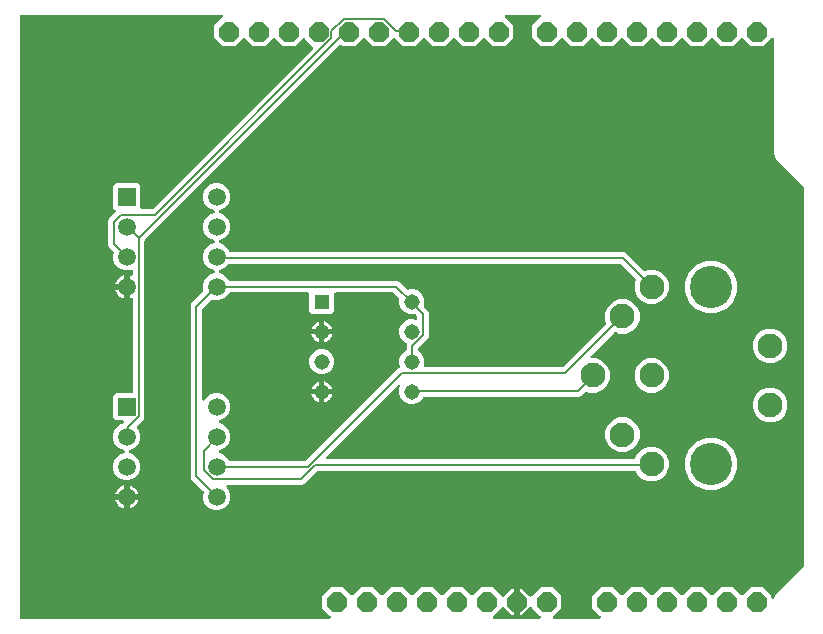
<source format=gbr>
G04 EAGLE Gerber RS-274X export*
G75*
%MOMM*%
%FSLAX34Y34*%
%LPD*%
%INTop Copper*%
%IPPOS*%
%AMOC8*
5,1,8,0,0,1.08239X$1,22.5*%
G01*
%ADD10C,2.100000*%
%ADD11C,3.585000*%
%ADD12R,1.308000X1.308000*%
%ADD13C,1.308000*%
%ADD14R,1.498600X1.498600*%
%ADD15C,1.498600*%
%ADD16P,1.814519X8X22.500000*%
%ADD17C,0.152400*%

G36*
X298748Y23640D02*
X298748Y23640D01*
X298887Y23653D01*
X298906Y23660D01*
X298926Y23663D01*
X299055Y23714D01*
X299186Y23761D01*
X299203Y23772D01*
X299222Y23780D01*
X299334Y23861D01*
X299450Y23939D01*
X299463Y23955D01*
X299479Y23966D01*
X299568Y24074D01*
X299660Y24178D01*
X299669Y24196D01*
X299682Y24211D01*
X299741Y24337D01*
X299805Y24461D01*
X299809Y24481D01*
X299818Y24499D01*
X299844Y24635D01*
X299874Y24771D01*
X299874Y24792D01*
X299877Y24811D01*
X299869Y24950D01*
X299865Y25089D01*
X299859Y25109D01*
X299858Y25129D01*
X299815Y25261D01*
X299776Y25395D01*
X299766Y25412D01*
X299760Y25431D01*
X299685Y25549D01*
X299615Y25669D01*
X299596Y25690D01*
X299589Y25700D01*
X299574Y25714D01*
X299508Y25789D01*
X292353Y32944D01*
X292353Y43256D01*
X299644Y50547D01*
X309956Y50547D01*
X316603Y43900D01*
X316697Y43827D01*
X316786Y43748D01*
X316822Y43730D01*
X316854Y43705D01*
X316963Y43657D01*
X317069Y43603D01*
X317108Y43595D01*
X317146Y43579D01*
X317263Y43560D01*
X317379Y43534D01*
X317420Y43535D01*
X317460Y43529D01*
X317578Y43540D01*
X317697Y43543D01*
X317736Y43555D01*
X317776Y43558D01*
X317889Y43599D01*
X318003Y43632D01*
X318038Y43652D01*
X318076Y43666D01*
X318174Y43733D01*
X318277Y43793D01*
X318322Y43833D01*
X318339Y43845D01*
X318352Y43860D01*
X318398Y43900D01*
X325044Y50547D01*
X335356Y50547D01*
X342003Y43900D01*
X342097Y43827D01*
X342186Y43748D01*
X342222Y43730D01*
X342254Y43705D01*
X342363Y43657D01*
X342469Y43603D01*
X342508Y43595D01*
X342546Y43579D01*
X342663Y43560D01*
X342779Y43534D01*
X342820Y43535D01*
X342860Y43529D01*
X342978Y43540D01*
X343097Y43543D01*
X343136Y43555D01*
X343176Y43558D01*
X343289Y43599D01*
X343403Y43632D01*
X343438Y43652D01*
X343476Y43666D01*
X343574Y43733D01*
X343677Y43793D01*
X343722Y43833D01*
X343739Y43845D01*
X343752Y43860D01*
X343798Y43900D01*
X350444Y50547D01*
X360756Y50547D01*
X367403Y43900D01*
X367497Y43827D01*
X367586Y43748D01*
X367622Y43730D01*
X367654Y43705D01*
X367763Y43657D01*
X367869Y43603D01*
X367908Y43595D01*
X367946Y43579D01*
X368063Y43560D01*
X368179Y43534D01*
X368220Y43535D01*
X368260Y43529D01*
X368378Y43540D01*
X368497Y43543D01*
X368536Y43555D01*
X368576Y43558D01*
X368689Y43599D01*
X368803Y43632D01*
X368838Y43652D01*
X368876Y43666D01*
X368974Y43733D01*
X369077Y43793D01*
X369122Y43833D01*
X369139Y43845D01*
X369152Y43860D01*
X369198Y43900D01*
X375844Y50547D01*
X386156Y50547D01*
X392803Y43900D01*
X392897Y43827D01*
X392986Y43748D01*
X393022Y43730D01*
X393054Y43705D01*
X393163Y43657D01*
X393269Y43603D01*
X393308Y43595D01*
X393346Y43579D01*
X393463Y43560D01*
X393579Y43534D01*
X393620Y43535D01*
X393660Y43529D01*
X393778Y43540D01*
X393897Y43543D01*
X393936Y43555D01*
X393976Y43558D01*
X394089Y43599D01*
X394203Y43632D01*
X394238Y43652D01*
X394276Y43666D01*
X394374Y43733D01*
X394477Y43793D01*
X394522Y43833D01*
X394539Y43845D01*
X394552Y43860D01*
X394598Y43900D01*
X401244Y50547D01*
X411556Y50547D01*
X418203Y43900D01*
X418297Y43827D01*
X418386Y43748D01*
X418422Y43730D01*
X418454Y43705D01*
X418563Y43657D01*
X418669Y43603D01*
X418708Y43595D01*
X418746Y43579D01*
X418863Y43560D01*
X418979Y43534D01*
X419020Y43535D01*
X419060Y43529D01*
X419178Y43540D01*
X419297Y43543D01*
X419336Y43555D01*
X419376Y43558D01*
X419489Y43599D01*
X419603Y43632D01*
X419638Y43652D01*
X419676Y43666D01*
X419774Y43733D01*
X419877Y43793D01*
X419922Y43833D01*
X419939Y43845D01*
X419952Y43860D01*
X419998Y43900D01*
X426644Y50547D01*
X436956Y50547D01*
X444365Y43137D01*
X444385Y43082D01*
X444396Y43066D01*
X444404Y43047D01*
X444485Y42934D01*
X444563Y42819D01*
X444579Y42806D01*
X444590Y42789D01*
X444698Y42701D01*
X444802Y42609D01*
X444820Y42600D01*
X444835Y42587D01*
X444961Y42527D01*
X445085Y42464D01*
X445105Y42460D01*
X445123Y42451D01*
X445259Y42425D01*
X445395Y42395D01*
X445416Y42395D01*
X445435Y42391D01*
X445574Y42400D01*
X445713Y42404D01*
X445733Y42410D01*
X445753Y42411D01*
X445885Y42454D01*
X446019Y42493D01*
X446036Y42503D01*
X446055Y42509D01*
X446173Y42584D01*
X446293Y42654D01*
X446314Y42673D01*
X446324Y42679D01*
X446338Y42694D01*
X446413Y42761D01*
X452676Y49023D01*
X454701Y49023D01*
X454701Y39330D01*
X454716Y39212D01*
X454723Y39093D01*
X454735Y39055D01*
X454741Y39015D01*
X454784Y38904D01*
X454821Y38791D01*
X454843Y38757D01*
X454858Y38719D01*
X454927Y38623D01*
X454991Y38522D01*
X455021Y38494D01*
X455044Y38462D01*
X455136Y38386D01*
X455223Y38304D01*
X455258Y38285D01*
X455289Y38259D01*
X455397Y38208D01*
X455501Y38151D01*
X455541Y38141D01*
X455577Y38123D01*
X455684Y38103D01*
X455654Y38099D01*
X455544Y38055D01*
X455431Y38019D01*
X455396Y37997D01*
X455359Y37982D01*
X455262Y37912D01*
X455162Y37849D01*
X455134Y37819D01*
X455101Y37795D01*
X455025Y37704D01*
X454944Y37617D01*
X454924Y37582D01*
X454899Y37550D01*
X454848Y37443D01*
X454790Y37338D01*
X454780Y37299D01*
X454763Y37263D01*
X454741Y37146D01*
X454711Y37030D01*
X454707Y36970D01*
X454703Y36950D01*
X454705Y36930D01*
X454701Y36870D01*
X454701Y27177D01*
X452676Y27177D01*
X446413Y33439D01*
X446323Y33510D01*
X446298Y33534D01*
X446284Y33541D01*
X446197Y33613D01*
X446178Y33622D01*
X446162Y33634D01*
X446034Y33690D01*
X445909Y33749D01*
X445889Y33753D01*
X445870Y33761D01*
X445732Y33783D01*
X445596Y33809D01*
X445576Y33807D01*
X445556Y33811D01*
X445417Y33798D01*
X445279Y33789D01*
X445260Y33783D01*
X445240Y33781D01*
X445108Y33734D01*
X444977Y33691D01*
X444959Y33680D01*
X444940Y33673D01*
X444825Y33595D01*
X444708Y33521D01*
X444694Y33506D01*
X444677Y33495D01*
X444585Y33390D01*
X444490Y33289D01*
X444480Y33271D01*
X444467Y33256D01*
X444403Y33132D01*
X444365Y33063D01*
X437092Y25789D01*
X437007Y25680D01*
X436918Y25573D01*
X436909Y25554D01*
X436897Y25538D01*
X436841Y25410D01*
X436782Y25285D01*
X436779Y25265D01*
X436770Y25246D01*
X436749Y25108D01*
X436723Y24972D01*
X436724Y24952D01*
X436721Y24932D01*
X436734Y24793D01*
X436742Y24655D01*
X436749Y24636D01*
X436750Y24616D01*
X436798Y24484D01*
X436840Y24353D01*
X436851Y24335D01*
X436858Y24316D01*
X436936Y24201D01*
X437011Y24084D01*
X437025Y24070D01*
X437037Y24053D01*
X437141Y23961D01*
X437242Y23866D01*
X437260Y23856D01*
X437275Y23843D01*
X437399Y23779D01*
X437521Y23712D01*
X437540Y23707D01*
X437558Y23698D01*
X437694Y23668D01*
X437829Y23633D01*
X437857Y23631D01*
X437869Y23628D01*
X437889Y23629D01*
X437989Y23623D01*
X476411Y23623D01*
X476548Y23640D01*
X476687Y23653D01*
X476706Y23660D01*
X476726Y23663D01*
X476855Y23714D01*
X476986Y23761D01*
X477003Y23772D01*
X477022Y23780D01*
X477134Y23861D01*
X477250Y23939D01*
X477263Y23955D01*
X477279Y23966D01*
X477368Y24074D01*
X477460Y24178D01*
X477469Y24196D01*
X477482Y24211D01*
X477541Y24337D01*
X477605Y24461D01*
X477609Y24481D01*
X477618Y24499D01*
X477644Y24635D01*
X477674Y24771D01*
X477674Y24792D01*
X477677Y24811D01*
X477669Y24950D01*
X477665Y25089D01*
X477659Y25109D01*
X477658Y25129D01*
X477615Y25261D01*
X477576Y25395D01*
X477566Y25412D01*
X477560Y25431D01*
X477485Y25549D01*
X477415Y25669D01*
X477396Y25690D01*
X477389Y25700D01*
X477374Y25714D01*
X477308Y25789D01*
X470035Y33063D01*
X470015Y33118D01*
X470004Y33134D01*
X469996Y33153D01*
X469915Y33266D01*
X469837Y33381D01*
X469821Y33394D01*
X469810Y33411D01*
X469702Y33499D01*
X469598Y33591D01*
X469580Y33600D01*
X469565Y33613D01*
X469439Y33673D01*
X469315Y33736D01*
X469295Y33740D01*
X469277Y33749D01*
X469141Y33775D01*
X469005Y33805D01*
X468984Y33805D01*
X468965Y33809D01*
X468826Y33800D01*
X468687Y33796D01*
X468667Y33790D01*
X468647Y33789D01*
X468515Y33746D01*
X468381Y33707D01*
X468364Y33697D01*
X468345Y33691D01*
X468227Y33616D01*
X468107Y33546D01*
X468086Y33527D01*
X468076Y33521D01*
X468062Y33506D01*
X467987Y33439D01*
X461724Y27177D01*
X459699Y27177D01*
X459699Y36870D01*
X459684Y36988D01*
X459677Y37107D01*
X459664Y37145D01*
X459659Y37185D01*
X459616Y37296D01*
X459579Y37409D01*
X459557Y37443D01*
X459542Y37481D01*
X459473Y37577D01*
X459409Y37678D01*
X459379Y37706D01*
X459356Y37738D01*
X459264Y37814D01*
X459177Y37896D01*
X459142Y37915D01*
X459111Y37941D01*
X459003Y37992D01*
X458899Y38049D01*
X458859Y38059D01*
X458823Y38077D01*
X458716Y38097D01*
X458746Y38101D01*
X458856Y38145D01*
X458969Y38181D01*
X459004Y38203D01*
X459041Y38218D01*
X459137Y38288D01*
X459238Y38351D01*
X459266Y38381D01*
X459299Y38405D01*
X459375Y38496D01*
X459456Y38583D01*
X459476Y38618D01*
X459501Y38650D01*
X459552Y38757D01*
X459610Y38862D01*
X459620Y38901D01*
X459637Y38937D01*
X459659Y39054D01*
X459689Y39170D01*
X459693Y39230D01*
X459697Y39250D01*
X459695Y39270D01*
X459699Y39330D01*
X459699Y49023D01*
X461724Y49023D01*
X467987Y42761D01*
X468096Y42675D01*
X468203Y42587D01*
X468222Y42578D01*
X468238Y42566D01*
X468366Y42510D01*
X468491Y42451D01*
X468511Y42447D01*
X468530Y42439D01*
X468668Y42417D01*
X468804Y42391D01*
X468824Y42393D01*
X468844Y42389D01*
X468983Y42402D01*
X469121Y42411D01*
X469140Y42417D01*
X469160Y42419D01*
X469292Y42466D01*
X469423Y42509D01*
X469441Y42520D01*
X469460Y42527D01*
X469575Y42605D01*
X469692Y42679D01*
X469706Y42694D01*
X469723Y42705D01*
X469815Y42810D01*
X469910Y42911D01*
X469920Y42929D01*
X469933Y42944D01*
X469997Y43068D01*
X470035Y43137D01*
X477444Y50547D01*
X487756Y50547D01*
X495047Y43256D01*
X495047Y32944D01*
X487892Y25789D01*
X487807Y25680D01*
X487718Y25573D01*
X487709Y25554D01*
X487697Y25538D01*
X487641Y25410D01*
X487582Y25285D01*
X487579Y25265D01*
X487570Y25246D01*
X487549Y25108D01*
X487523Y24972D01*
X487524Y24952D01*
X487521Y24932D01*
X487534Y24793D01*
X487542Y24655D01*
X487549Y24636D01*
X487550Y24616D01*
X487598Y24484D01*
X487640Y24353D01*
X487651Y24335D01*
X487658Y24316D01*
X487736Y24201D01*
X487811Y24084D01*
X487825Y24070D01*
X487837Y24053D01*
X487941Y23961D01*
X488042Y23866D01*
X488060Y23856D01*
X488075Y23843D01*
X488199Y23779D01*
X488321Y23712D01*
X488340Y23707D01*
X488358Y23698D01*
X488494Y23668D01*
X488629Y23633D01*
X488657Y23631D01*
X488669Y23628D01*
X488689Y23629D01*
X488789Y23623D01*
X527211Y23623D01*
X527348Y23640D01*
X527487Y23653D01*
X527506Y23660D01*
X527526Y23663D01*
X527655Y23714D01*
X527786Y23761D01*
X527803Y23772D01*
X527822Y23780D01*
X527934Y23861D01*
X528050Y23939D01*
X528063Y23955D01*
X528079Y23966D01*
X528168Y24074D01*
X528260Y24178D01*
X528269Y24196D01*
X528282Y24211D01*
X528341Y24337D01*
X528405Y24461D01*
X528409Y24481D01*
X528418Y24499D01*
X528444Y24635D01*
X528474Y24771D01*
X528474Y24792D01*
X528477Y24811D01*
X528469Y24950D01*
X528465Y25089D01*
X528459Y25109D01*
X528458Y25129D01*
X528415Y25261D01*
X528376Y25395D01*
X528366Y25412D01*
X528360Y25431D01*
X528285Y25549D01*
X528215Y25669D01*
X528196Y25690D01*
X528189Y25700D01*
X528174Y25714D01*
X528108Y25789D01*
X520953Y32944D01*
X520953Y43256D01*
X528244Y50547D01*
X538556Y50547D01*
X545203Y43900D01*
X545297Y43827D01*
X545386Y43748D01*
X545422Y43730D01*
X545454Y43705D01*
X545563Y43657D01*
X545669Y43603D01*
X545708Y43595D01*
X545746Y43579D01*
X545863Y43560D01*
X545979Y43534D01*
X546020Y43535D01*
X546060Y43529D01*
X546178Y43540D01*
X546297Y43543D01*
X546336Y43555D01*
X546376Y43558D01*
X546489Y43599D01*
X546603Y43632D01*
X546638Y43652D01*
X546676Y43666D01*
X546774Y43733D01*
X546877Y43793D01*
X546922Y43833D01*
X546939Y43845D01*
X546952Y43860D01*
X546998Y43900D01*
X553644Y50547D01*
X563956Y50547D01*
X570602Y43900D01*
X570697Y43827D01*
X570786Y43748D01*
X570822Y43730D01*
X570854Y43705D01*
X570963Y43658D01*
X571069Y43603D01*
X571108Y43595D01*
X571146Y43579D01*
X571263Y43560D01*
X571379Y43534D01*
X571420Y43535D01*
X571460Y43529D01*
X571578Y43540D01*
X571697Y43543D01*
X571736Y43555D01*
X571776Y43558D01*
X571889Y43599D01*
X572003Y43632D01*
X572037Y43652D01*
X572076Y43666D01*
X572174Y43733D01*
X572277Y43793D01*
X572322Y43833D01*
X572339Y43845D01*
X572352Y43860D01*
X572397Y43900D01*
X579044Y50547D01*
X589356Y50547D01*
X596002Y43900D01*
X596097Y43827D01*
X596186Y43748D01*
X596222Y43730D01*
X596254Y43705D01*
X596363Y43658D01*
X596469Y43603D01*
X596508Y43595D01*
X596546Y43579D01*
X596663Y43560D01*
X596779Y43534D01*
X596820Y43535D01*
X596860Y43529D01*
X596978Y43540D01*
X597097Y43543D01*
X597136Y43555D01*
X597176Y43558D01*
X597289Y43599D01*
X597403Y43632D01*
X597437Y43652D01*
X597476Y43666D01*
X597574Y43733D01*
X597677Y43793D01*
X597722Y43833D01*
X597739Y43845D01*
X597752Y43860D01*
X597797Y43900D01*
X604444Y50547D01*
X614756Y50547D01*
X621402Y43900D01*
X621497Y43827D01*
X621586Y43748D01*
X621622Y43730D01*
X621654Y43705D01*
X621763Y43658D01*
X621869Y43603D01*
X621908Y43595D01*
X621946Y43579D01*
X622063Y43560D01*
X622179Y43534D01*
X622220Y43535D01*
X622260Y43529D01*
X622378Y43540D01*
X622497Y43543D01*
X622536Y43555D01*
X622576Y43558D01*
X622689Y43599D01*
X622803Y43632D01*
X622837Y43652D01*
X622876Y43666D01*
X622974Y43733D01*
X623077Y43793D01*
X623122Y43833D01*
X623139Y43845D01*
X623152Y43860D01*
X623197Y43900D01*
X629844Y50547D01*
X640156Y50547D01*
X646802Y43900D01*
X646897Y43827D01*
X646986Y43748D01*
X647022Y43730D01*
X647054Y43705D01*
X647163Y43658D01*
X647269Y43603D01*
X647308Y43595D01*
X647346Y43579D01*
X647463Y43560D01*
X647579Y43534D01*
X647620Y43535D01*
X647660Y43529D01*
X647778Y43540D01*
X647897Y43543D01*
X647936Y43555D01*
X647976Y43558D01*
X648089Y43599D01*
X648203Y43632D01*
X648237Y43652D01*
X648276Y43666D01*
X648374Y43733D01*
X648477Y43793D01*
X648522Y43833D01*
X648539Y43845D01*
X648552Y43860D01*
X648597Y43900D01*
X655244Y50547D01*
X665556Y50547D01*
X672847Y43256D01*
X672847Y41751D01*
X672855Y41682D01*
X672854Y41612D01*
X672875Y41525D01*
X672887Y41436D01*
X672912Y41371D01*
X672929Y41303D01*
X672971Y41224D01*
X673004Y41140D01*
X673045Y41084D01*
X673077Y41022D01*
X673138Y40955D01*
X673190Y40883D01*
X673244Y40838D01*
X673291Y40787D01*
X673366Y40737D01*
X673435Y40680D01*
X673499Y40650D01*
X673557Y40612D01*
X673642Y40583D01*
X673723Y40545D01*
X673792Y40531D01*
X673858Y40509D01*
X673947Y40502D01*
X674035Y40485D01*
X674105Y40489D01*
X674175Y40484D01*
X674263Y40499D01*
X674353Y40504D01*
X674419Y40526D01*
X674488Y40538D01*
X674570Y40575D01*
X674655Y40603D01*
X674714Y40640D01*
X674778Y40669D01*
X674848Y40725D01*
X674924Y40773D01*
X674972Y40824D01*
X675026Y40867D01*
X675081Y40939D01*
X675142Y41004D01*
X675176Y41065D01*
X675218Y41121D01*
X675289Y41266D01*
X676540Y44287D01*
X699906Y67653D01*
X699966Y67731D01*
X700034Y67803D01*
X700063Y67856D01*
X700100Y67904D01*
X700140Y67995D01*
X700188Y68081D01*
X700203Y68140D01*
X700227Y68196D01*
X700242Y68294D01*
X700267Y68389D01*
X700273Y68489D01*
X700277Y68510D01*
X700275Y68522D01*
X700277Y68550D01*
X700277Y388650D01*
X700265Y388748D01*
X700262Y388847D01*
X700245Y388905D01*
X700237Y388965D01*
X700201Y389058D01*
X700173Y389153D01*
X700143Y389205D01*
X700120Y389261D01*
X700062Y389341D01*
X700012Y389427D01*
X699946Y389502D01*
X699934Y389518D01*
X699924Y389526D01*
X699906Y389547D01*
X676540Y412913D01*
X674877Y416927D01*
X674877Y514511D01*
X674860Y514648D01*
X674847Y514787D01*
X674840Y514806D01*
X674837Y514826D01*
X674786Y514955D01*
X674739Y515086D01*
X674728Y515103D01*
X674720Y515122D01*
X674639Y515234D01*
X674561Y515350D01*
X674545Y515363D01*
X674534Y515379D01*
X674426Y515468D01*
X674322Y515560D01*
X674304Y515569D01*
X674289Y515582D01*
X674163Y515641D01*
X674039Y515705D01*
X674019Y515709D01*
X674001Y515718D01*
X673865Y515744D01*
X673729Y515774D01*
X673708Y515774D01*
X673689Y515777D01*
X673550Y515769D01*
X673411Y515765D01*
X673391Y515759D01*
X673371Y515758D01*
X673239Y515715D01*
X673105Y515676D01*
X673088Y515666D01*
X673069Y515660D01*
X672951Y515585D01*
X672831Y515515D01*
X672810Y515496D01*
X672800Y515489D01*
X672786Y515474D01*
X672711Y515408D01*
X665556Y508253D01*
X655244Y508253D01*
X648597Y514900D01*
X648503Y514973D01*
X648414Y515052D01*
X648378Y515070D01*
X648346Y515095D01*
X648237Y515143D01*
X648131Y515197D01*
X648092Y515205D01*
X648054Y515221D01*
X647937Y515240D01*
X647821Y515266D01*
X647780Y515265D01*
X647740Y515271D01*
X647622Y515260D01*
X647503Y515257D01*
X647464Y515245D01*
X647424Y515242D01*
X647311Y515201D01*
X647197Y515168D01*
X647162Y515148D01*
X647124Y515134D01*
X647026Y515067D01*
X646923Y515007D01*
X646878Y514967D01*
X646861Y514955D01*
X646848Y514940D01*
X646802Y514900D01*
X640156Y508253D01*
X629844Y508253D01*
X623197Y514900D01*
X623103Y514973D01*
X623014Y515052D01*
X622978Y515070D01*
X622946Y515095D01*
X622837Y515143D01*
X622731Y515197D01*
X622692Y515205D01*
X622654Y515221D01*
X622537Y515240D01*
X622421Y515266D01*
X622380Y515265D01*
X622340Y515271D01*
X622222Y515260D01*
X622103Y515257D01*
X622064Y515245D01*
X622024Y515242D01*
X621911Y515201D01*
X621797Y515168D01*
X621762Y515148D01*
X621724Y515134D01*
X621626Y515067D01*
X621523Y515007D01*
X621478Y514967D01*
X621461Y514955D01*
X621448Y514940D01*
X621402Y514900D01*
X614756Y508253D01*
X604444Y508253D01*
X597797Y514900D01*
X597703Y514973D01*
X597614Y515052D01*
X597578Y515070D01*
X597546Y515095D01*
X597437Y515143D01*
X597331Y515197D01*
X597292Y515205D01*
X597254Y515221D01*
X597137Y515240D01*
X597021Y515266D01*
X596980Y515265D01*
X596940Y515271D01*
X596822Y515260D01*
X596703Y515257D01*
X596664Y515245D01*
X596624Y515242D01*
X596511Y515201D01*
X596397Y515168D01*
X596362Y515148D01*
X596324Y515134D01*
X596226Y515067D01*
X596123Y515007D01*
X596078Y514967D01*
X596061Y514955D01*
X596048Y514940D01*
X596002Y514900D01*
X589356Y508253D01*
X579044Y508253D01*
X572397Y514900D01*
X572303Y514973D01*
X572214Y515052D01*
X572178Y515070D01*
X572146Y515095D01*
X572037Y515143D01*
X571931Y515197D01*
X571892Y515205D01*
X571854Y515221D01*
X571737Y515240D01*
X571621Y515266D01*
X571580Y515265D01*
X571540Y515271D01*
X571422Y515260D01*
X571303Y515257D01*
X571264Y515245D01*
X571224Y515242D01*
X571111Y515201D01*
X570997Y515168D01*
X570962Y515148D01*
X570924Y515134D01*
X570826Y515067D01*
X570723Y515007D01*
X570678Y514967D01*
X570661Y514955D01*
X570648Y514940D01*
X570602Y514900D01*
X563956Y508253D01*
X553644Y508253D01*
X546998Y514900D01*
X546903Y514973D01*
X546814Y515052D01*
X546778Y515070D01*
X546746Y515095D01*
X546637Y515142D01*
X546531Y515197D01*
X546492Y515205D01*
X546454Y515221D01*
X546337Y515240D01*
X546221Y515266D01*
X546180Y515265D01*
X546140Y515271D01*
X546022Y515260D01*
X545903Y515257D01*
X545864Y515245D01*
X545824Y515242D01*
X545711Y515201D01*
X545597Y515168D01*
X545563Y515148D01*
X545524Y515134D01*
X545426Y515067D01*
X545323Y515007D01*
X545278Y514967D01*
X545261Y514955D01*
X545248Y514940D01*
X545203Y514900D01*
X538556Y508253D01*
X528244Y508253D01*
X521598Y514900D01*
X521503Y514973D01*
X521414Y515052D01*
X521378Y515070D01*
X521346Y515095D01*
X521237Y515142D01*
X521131Y515197D01*
X521092Y515205D01*
X521054Y515221D01*
X520937Y515240D01*
X520821Y515266D01*
X520780Y515265D01*
X520740Y515271D01*
X520622Y515260D01*
X520503Y515257D01*
X520464Y515245D01*
X520424Y515242D01*
X520311Y515201D01*
X520197Y515168D01*
X520163Y515148D01*
X520124Y515134D01*
X520026Y515067D01*
X519923Y515007D01*
X519878Y514967D01*
X519861Y514955D01*
X519848Y514940D01*
X519803Y514900D01*
X513156Y508253D01*
X502844Y508253D01*
X496198Y514900D01*
X496103Y514973D01*
X496014Y515052D01*
X495978Y515070D01*
X495946Y515095D01*
X495837Y515142D01*
X495731Y515197D01*
X495692Y515205D01*
X495654Y515221D01*
X495537Y515240D01*
X495421Y515266D01*
X495380Y515265D01*
X495340Y515271D01*
X495222Y515260D01*
X495103Y515257D01*
X495064Y515245D01*
X495024Y515242D01*
X494911Y515201D01*
X494797Y515168D01*
X494763Y515148D01*
X494724Y515134D01*
X494626Y515067D01*
X494523Y515007D01*
X494478Y514967D01*
X494461Y514955D01*
X494448Y514940D01*
X494403Y514900D01*
X487756Y508253D01*
X477444Y508253D01*
X470153Y515544D01*
X470153Y525856D01*
X477308Y533011D01*
X477393Y533120D01*
X477482Y533227D01*
X477491Y533246D01*
X477503Y533262D01*
X477559Y533390D01*
X477618Y533515D01*
X477621Y533535D01*
X477630Y533554D01*
X477651Y533692D01*
X477677Y533828D01*
X477676Y533848D01*
X477679Y533868D01*
X477666Y534007D01*
X477658Y534145D01*
X477651Y534164D01*
X477650Y534184D01*
X477602Y534316D01*
X477560Y534447D01*
X477549Y534465D01*
X477542Y534484D01*
X477464Y534599D01*
X477389Y534716D01*
X477375Y534730D01*
X477363Y534747D01*
X477259Y534839D01*
X477158Y534934D01*
X477140Y534944D01*
X477125Y534957D01*
X477001Y535021D01*
X476879Y535088D01*
X476860Y535093D01*
X476842Y535102D01*
X476706Y535132D01*
X476571Y535167D01*
X476543Y535169D01*
X476531Y535172D01*
X476511Y535171D01*
X476411Y535177D01*
X448149Y535177D01*
X448012Y535160D01*
X447873Y535147D01*
X447854Y535140D01*
X447834Y535137D01*
X447705Y535086D01*
X447574Y535039D01*
X447557Y535028D01*
X447538Y535020D01*
X447426Y534939D01*
X447310Y534861D01*
X447297Y534845D01*
X447281Y534834D01*
X447192Y534726D01*
X447100Y534622D01*
X447091Y534604D01*
X447078Y534589D01*
X447019Y534463D01*
X446955Y534339D01*
X446951Y534319D01*
X446942Y534301D01*
X446916Y534165D01*
X446886Y534029D01*
X446886Y534008D01*
X446883Y533989D01*
X446891Y533850D01*
X446895Y533711D01*
X446901Y533691D01*
X446902Y533671D01*
X446945Y533539D01*
X446984Y533405D01*
X446994Y533388D01*
X447000Y533369D01*
X447075Y533251D01*
X447145Y533131D01*
X447164Y533110D01*
X447171Y533100D01*
X447186Y533086D01*
X447252Y533011D01*
X454407Y525856D01*
X454407Y515544D01*
X447116Y508253D01*
X436804Y508253D01*
X430157Y514900D01*
X430063Y514973D01*
X429974Y515052D01*
X429938Y515070D01*
X429906Y515095D01*
X429797Y515143D01*
X429691Y515197D01*
X429652Y515205D01*
X429614Y515221D01*
X429497Y515240D01*
X429381Y515266D01*
X429340Y515265D01*
X429300Y515271D01*
X429182Y515260D01*
X429063Y515257D01*
X429024Y515245D01*
X428984Y515242D01*
X428871Y515201D01*
X428757Y515168D01*
X428722Y515148D01*
X428684Y515134D01*
X428586Y515067D01*
X428483Y515007D01*
X428438Y514967D01*
X428421Y514955D01*
X428408Y514940D01*
X428362Y514900D01*
X421716Y508253D01*
X411404Y508253D01*
X404758Y514900D01*
X404663Y514973D01*
X404574Y515052D01*
X404538Y515070D01*
X404506Y515095D01*
X404397Y515142D01*
X404291Y515197D01*
X404252Y515205D01*
X404214Y515221D01*
X404097Y515240D01*
X403981Y515266D01*
X403940Y515265D01*
X403900Y515271D01*
X403782Y515260D01*
X403663Y515257D01*
X403624Y515245D01*
X403584Y515242D01*
X403471Y515201D01*
X403357Y515168D01*
X403323Y515148D01*
X403284Y515134D01*
X403186Y515067D01*
X403083Y515007D01*
X403038Y514967D01*
X403021Y514955D01*
X403008Y514940D01*
X402963Y514900D01*
X396316Y508253D01*
X386004Y508253D01*
X379358Y514900D01*
X379263Y514973D01*
X379174Y515052D01*
X379138Y515070D01*
X379106Y515095D01*
X378997Y515142D01*
X378891Y515197D01*
X378852Y515205D01*
X378814Y515221D01*
X378697Y515240D01*
X378581Y515266D01*
X378540Y515265D01*
X378500Y515271D01*
X378382Y515260D01*
X378263Y515257D01*
X378224Y515245D01*
X378184Y515242D01*
X378071Y515201D01*
X377957Y515168D01*
X377923Y515148D01*
X377884Y515134D01*
X377786Y515067D01*
X377683Y515007D01*
X377638Y514967D01*
X377621Y514955D01*
X377608Y514940D01*
X377563Y514900D01*
X370916Y508253D01*
X360604Y508253D01*
X353958Y514900D01*
X353863Y514973D01*
X353774Y515052D01*
X353738Y515070D01*
X353706Y515095D01*
X353597Y515142D01*
X353491Y515197D01*
X353452Y515205D01*
X353414Y515221D01*
X353297Y515240D01*
X353181Y515266D01*
X353140Y515265D01*
X353100Y515271D01*
X352982Y515260D01*
X352863Y515257D01*
X352824Y515245D01*
X352784Y515242D01*
X352671Y515201D01*
X352557Y515168D01*
X352523Y515148D01*
X352484Y515134D01*
X352386Y515067D01*
X352283Y515007D01*
X352238Y514967D01*
X352221Y514955D01*
X352208Y514940D01*
X352163Y514900D01*
X345516Y508253D01*
X335204Y508253D01*
X328558Y514900D01*
X328463Y514973D01*
X328374Y515052D01*
X328338Y515070D01*
X328306Y515095D01*
X328197Y515142D01*
X328091Y515197D01*
X328052Y515205D01*
X328014Y515221D01*
X327897Y515240D01*
X327781Y515266D01*
X327740Y515265D01*
X327700Y515271D01*
X327582Y515260D01*
X327463Y515257D01*
X327424Y515245D01*
X327384Y515242D01*
X327271Y515201D01*
X327157Y515168D01*
X327123Y515148D01*
X327084Y515134D01*
X326986Y515067D01*
X326883Y515007D01*
X326838Y514967D01*
X326821Y514955D01*
X326808Y514940D01*
X326763Y514900D01*
X320116Y508253D01*
X309804Y508253D01*
X308945Y509112D01*
X308851Y509185D01*
X308762Y509264D01*
X308726Y509283D01*
X308694Y509307D01*
X308585Y509355D01*
X308479Y509409D01*
X308439Y509418D01*
X308402Y509434D01*
X308285Y509452D01*
X308169Y509478D01*
X308128Y509477D01*
X308088Y509483D01*
X307970Y509472D01*
X307851Y509469D01*
X307812Y509457D01*
X307772Y509454D01*
X307659Y509413D01*
X307545Y509380D01*
X307510Y509360D01*
X307472Y509346D01*
X307374Y509279D01*
X307271Y509219D01*
X307226Y509179D01*
X307209Y509167D01*
X307196Y509152D01*
X307150Y509112D01*
X142358Y344320D01*
X142298Y344242D01*
X142230Y344170D01*
X142201Y344117D01*
X142164Y344069D01*
X142124Y343978D01*
X142076Y343892D01*
X142061Y343833D01*
X142037Y343777D01*
X142022Y343679D01*
X141997Y343584D01*
X141991Y343484D01*
X141987Y343463D01*
X141989Y343451D01*
X141987Y343423D01*
X141987Y194112D01*
X141252Y192338D01*
X139716Y190802D01*
X135927Y187013D01*
X135854Y186919D01*
X135775Y186830D01*
X135757Y186794D01*
X135732Y186762D01*
X135685Y186652D01*
X135631Y186546D01*
X135622Y186507D01*
X135606Y186470D01*
X135587Y186352D01*
X135561Y186236D01*
X135562Y186196D01*
X135556Y186156D01*
X135567Y186037D01*
X135571Y185918D01*
X135582Y185879D01*
X135586Y185839D01*
X135626Y185727D01*
X135659Y185613D01*
X135680Y185578D01*
X135693Y185540D01*
X135760Y185441D01*
X135821Y185339D01*
X135860Y185294D01*
X135872Y185277D01*
X135887Y185263D01*
X135927Y185218D01*
X136798Y184347D01*
X138558Y180099D01*
X138558Y175501D01*
X136798Y171253D01*
X133547Y168002D01*
X129372Y166273D01*
X129252Y166204D01*
X129129Y166139D01*
X129114Y166125D01*
X129096Y166115D01*
X128996Y166018D01*
X128893Y165925D01*
X128882Y165908D01*
X128868Y165894D01*
X128795Y165776D01*
X128719Y165659D01*
X128712Y165640D01*
X128701Y165623D01*
X128661Y165490D01*
X128615Y165358D01*
X128614Y165338D01*
X128608Y165319D01*
X128601Y165180D01*
X128590Y165041D01*
X128594Y165021D01*
X128593Y165001D01*
X128621Y164865D01*
X128644Y164728D01*
X128653Y164709D01*
X128657Y164690D01*
X128718Y164565D01*
X128775Y164438D01*
X128788Y164422D01*
X128797Y164404D01*
X128887Y164298D01*
X128974Y164190D01*
X128990Y164177D01*
X129003Y164162D01*
X129117Y164082D01*
X129228Y163998D01*
X129253Y163986D01*
X129263Y163979D01*
X129282Y163972D01*
X129372Y163927D01*
X133547Y162198D01*
X136798Y158947D01*
X138558Y154699D01*
X138558Y150101D01*
X136798Y145853D01*
X133547Y142602D01*
X129299Y140842D01*
X124701Y140842D01*
X120453Y142602D01*
X117202Y145853D01*
X115442Y150101D01*
X115442Y154699D01*
X117202Y158947D01*
X120453Y162198D01*
X124628Y163927D01*
X124748Y163996D01*
X124871Y164061D01*
X124886Y164075D01*
X124904Y164085D01*
X125004Y164182D01*
X125107Y164275D01*
X125118Y164292D01*
X125132Y164306D01*
X125205Y164425D01*
X125281Y164541D01*
X125288Y164560D01*
X125299Y164577D01*
X125340Y164710D01*
X125385Y164842D01*
X125386Y164862D01*
X125392Y164881D01*
X125399Y165020D01*
X125410Y165159D01*
X125406Y165179D01*
X125407Y165199D01*
X125379Y165335D01*
X125356Y165472D01*
X125347Y165491D01*
X125343Y165510D01*
X125282Y165636D01*
X125225Y165762D01*
X125212Y165778D01*
X125203Y165796D01*
X125113Y165902D01*
X125026Y166010D01*
X125010Y166023D01*
X124997Y166038D01*
X124883Y166118D01*
X124772Y166202D01*
X124747Y166214D01*
X124737Y166221D01*
X124718Y166228D01*
X124628Y166273D01*
X120453Y168002D01*
X117202Y171253D01*
X115442Y175501D01*
X115442Y180099D01*
X117202Y184347D01*
X120453Y187598D01*
X124321Y189200D01*
X124382Y189235D01*
X124447Y189261D01*
X124519Y189313D01*
X124597Y189358D01*
X124648Y189406D01*
X124704Y189447D01*
X124761Y189517D01*
X124826Y189579D01*
X124862Y189639D01*
X124907Y189692D01*
X124945Y189774D01*
X124992Y189850D01*
X125013Y189917D01*
X125042Y189980D01*
X125059Y190068D01*
X125086Y190154D01*
X125089Y190224D01*
X125102Y190293D01*
X125097Y190382D01*
X125101Y190472D01*
X125087Y190540D01*
X125082Y190610D01*
X125055Y190695D01*
X125037Y190783D01*
X125006Y190846D01*
X124984Y190912D01*
X124936Y190988D01*
X124897Y191069D01*
X124852Y191122D01*
X124814Y191181D01*
X124749Y191243D01*
X124691Y191311D01*
X124633Y191351D01*
X124583Y191399D01*
X124504Y191442D01*
X124430Y191494D01*
X124365Y191519D01*
X124304Y191553D01*
X124217Y191575D01*
X124133Y191607D01*
X124064Y191615D01*
X123996Y191632D01*
X123835Y191642D01*
X117823Y191642D01*
X115442Y194023D01*
X115442Y212377D01*
X117823Y214758D01*
X131064Y214758D01*
X131182Y214773D01*
X131301Y214780D01*
X131339Y214793D01*
X131380Y214798D01*
X131490Y214841D01*
X131603Y214878D01*
X131638Y214900D01*
X131675Y214915D01*
X131771Y214984D01*
X131872Y215048D01*
X131900Y215078D01*
X131933Y215101D01*
X132009Y215193D01*
X132090Y215280D01*
X132110Y215315D01*
X132135Y215346D01*
X132186Y215454D01*
X132244Y215558D01*
X132254Y215598D01*
X132271Y215634D01*
X132293Y215751D01*
X132323Y215866D01*
X132327Y215926D01*
X132331Y215946D01*
X132329Y215967D01*
X132333Y216027D01*
X132333Y294236D01*
X132314Y294389D01*
X132294Y294551D01*
X132293Y294551D01*
X132233Y294703D01*
X132177Y294846D01*
X132177Y294847D01*
X132176Y294847D01*
X132095Y294960D01*
X131990Y295104D01*
X131871Y295202D01*
X131745Y295307D01*
X131626Y295363D01*
X131457Y295443D01*
X131327Y295468D01*
X131145Y295502D01*
X131145Y295503D01*
X130999Y295493D01*
X130828Y295483D01*
X130827Y295483D01*
X130826Y295483D01*
X130672Y295443D01*
X129476Y295054D01*
X129476Y303593D01*
X129461Y303712D01*
X129453Y303830D01*
X129441Y303869D01*
X129436Y303909D01*
X129392Y304020D01*
X129355Y304133D01*
X129334Y304167D01*
X129319Y304205D01*
X129249Y304301D01*
X129185Y304401D01*
X129156Y304429D01*
X129132Y304462D01*
X129040Y304538D01*
X128954Y304619D01*
X128918Y304639D01*
X128887Y304665D01*
X128779Y304715D01*
X128675Y304773D01*
X128636Y304783D01*
X128599Y304800D01*
X128586Y304803D01*
X128633Y304821D01*
X128746Y304858D01*
X128780Y304879D01*
X128818Y304894D01*
X128914Y304964D01*
X129015Y305028D01*
X129042Y305057D01*
X129075Y305081D01*
X129151Y305173D01*
X129233Y305260D01*
X129252Y305295D01*
X129278Y305326D01*
X129329Y305434D01*
X129386Y305538D01*
X129396Y305577D01*
X129413Y305614D01*
X129436Y305731D01*
X129466Y305846D01*
X129469Y305906D01*
X129473Y305926D01*
X129472Y305947D01*
X129476Y306007D01*
X129476Y314546D01*
X130672Y314157D01*
X130863Y314121D01*
X130984Y314097D01*
X131159Y314108D01*
X131301Y314117D01*
X131302Y314117D01*
X131452Y314166D01*
X131603Y314215D01*
X131604Y314215D01*
X131604Y314216D01*
X131707Y314281D01*
X131872Y314385D01*
X131872Y314386D01*
X131873Y314386D01*
X131952Y314471D01*
X132090Y314617D01*
X132090Y314618D01*
X132156Y314736D01*
X132244Y314896D01*
X132283Y315050D01*
X132323Y315203D01*
X132323Y315204D01*
X132323Y315205D01*
X132333Y315364D01*
X132333Y318000D01*
X132327Y318049D01*
X132329Y318098D01*
X132307Y318206D01*
X132293Y318315D01*
X132275Y318361D01*
X132265Y318410D01*
X132217Y318509D01*
X132176Y318611D01*
X132147Y318651D01*
X132125Y318696D01*
X132054Y318779D01*
X131990Y318868D01*
X131951Y318900D01*
X131919Y318938D01*
X131829Y319001D01*
X131745Y319071D01*
X131700Y319092D01*
X131659Y319121D01*
X131556Y319160D01*
X131457Y319206D01*
X131408Y319216D01*
X131362Y319233D01*
X131252Y319246D01*
X131145Y319266D01*
X131095Y319263D01*
X131046Y319269D01*
X130937Y319253D01*
X130827Y319246D01*
X130780Y319231D01*
X130731Y319224D01*
X130578Y319172D01*
X129299Y318642D01*
X124701Y318642D01*
X120453Y320402D01*
X117202Y323653D01*
X115442Y327901D01*
X115442Y332499D01*
X115830Y333436D01*
X115838Y333464D01*
X115851Y333490D01*
X115880Y333617D01*
X115914Y333742D01*
X115915Y333772D01*
X115921Y333801D01*
X115917Y333930D01*
X115919Y334060D01*
X115912Y334089D01*
X115911Y334119D01*
X115875Y334243D01*
X115845Y334370D01*
X115831Y334396D01*
X115823Y334424D01*
X115757Y334536D01*
X115696Y334651D01*
X115677Y334673D01*
X115662Y334698D01*
X115555Y334819D01*
X111732Y338642D01*
X110997Y340416D01*
X110997Y360624D01*
X111732Y362398D01*
X117402Y368068D01*
X117475Y368163D01*
X117554Y368252D01*
X117572Y368288D01*
X117597Y368320D01*
X117645Y368429D01*
X117699Y368535D01*
X117707Y368574D01*
X117724Y368611D01*
X117742Y368729D01*
X117768Y368845D01*
X117767Y368886D01*
X117773Y368926D01*
X117762Y369044D01*
X117759Y369163D01*
X117747Y369202D01*
X117744Y369242D01*
X117703Y369354D01*
X117670Y369469D01*
X117650Y369503D01*
X117636Y369541D01*
X117569Y369640D01*
X117509Y369742D01*
X117469Y369788D01*
X117457Y369805D01*
X117442Y369818D01*
X117402Y369863D01*
X115442Y371823D01*
X115442Y390177D01*
X117823Y392558D01*
X136177Y392558D01*
X138558Y390177D01*
X138558Y371856D01*
X138573Y371738D01*
X138580Y371619D01*
X138593Y371581D01*
X138598Y371540D01*
X138641Y371430D01*
X138678Y371317D01*
X138700Y371282D01*
X138715Y371245D01*
X138784Y371149D01*
X138848Y371048D01*
X138878Y371020D01*
X138901Y370987D01*
X138993Y370911D01*
X139080Y370830D01*
X139115Y370810D01*
X139146Y370785D01*
X139254Y370734D01*
X139358Y370676D01*
X139398Y370666D01*
X139434Y370649D01*
X139551Y370627D01*
X139666Y370597D01*
X139726Y370593D01*
X139746Y370589D01*
X139767Y370591D01*
X139827Y370587D01*
X148351Y370587D01*
X148449Y370599D01*
X148548Y370602D01*
X148606Y370619D01*
X148666Y370627D01*
X148759Y370663D01*
X148854Y370691D01*
X148906Y370721D01*
X148962Y370744D01*
X149042Y370802D01*
X149128Y370852D01*
X149203Y370918D01*
X149220Y370930D01*
X149227Y370940D01*
X149248Y370958D01*
X284576Y506286D01*
X284649Y506381D01*
X284728Y506470D01*
X284746Y506506D01*
X284771Y506538D01*
X284819Y506647D01*
X284873Y506753D01*
X284882Y506792D01*
X284898Y506829D01*
X284916Y506947D01*
X284942Y507063D01*
X284941Y507104D01*
X284947Y507144D01*
X284936Y507262D01*
X284933Y507381D01*
X284921Y507420D01*
X284918Y507460D01*
X284877Y507572D01*
X284844Y507687D01*
X284824Y507721D01*
X284810Y507759D01*
X284743Y507858D01*
X284683Y507961D01*
X284643Y508006D01*
X284631Y508023D01*
X284616Y508036D01*
X284576Y508081D01*
X277758Y514900D01*
X277663Y514973D01*
X277574Y515052D01*
X277538Y515070D01*
X277506Y515095D01*
X277397Y515142D01*
X277291Y515197D01*
X277252Y515205D01*
X277214Y515221D01*
X277097Y515240D01*
X276981Y515266D01*
X276940Y515265D01*
X276900Y515271D01*
X276782Y515260D01*
X276663Y515257D01*
X276624Y515245D01*
X276584Y515242D01*
X276471Y515201D01*
X276357Y515168D01*
X276323Y515148D01*
X276284Y515134D01*
X276186Y515067D01*
X276083Y515007D01*
X276038Y514967D01*
X276021Y514955D01*
X276008Y514940D01*
X275963Y514900D01*
X269316Y508253D01*
X259004Y508253D01*
X252358Y514900D01*
X252263Y514973D01*
X252174Y515052D01*
X252138Y515070D01*
X252106Y515095D01*
X251997Y515142D01*
X251891Y515197D01*
X251852Y515205D01*
X251814Y515221D01*
X251697Y515240D01*
X251581Y515266D01*
X251540Y515265D01*
X251500Y515271D01*
X251382Y515260D01*
X251263Y515257D01*
X251224Y515245D01*
X251184Y515242D01*
X251071Y515201D01*
X250957Y515168D01*
X250923Y515148D01*
X250884Y515134D01*
X250786Y515067D01*
X250683Y515007D01*
X250638Y514967D01*
X250621Y514955D01*
X250608Y514940D01*
X250563Y514900D01*
X243916Y508253D01*
X233604Y508253D01*
X226958Y514900D01*
X226863Y514973D01*
X226774Y515052D01*
X226738Y515070D01*
X226706Y515095D01*
X226597Y515142D01*
X226491Y515197D01*
X226452Y515205D01*
X226414Y515221D01*
X226297Y515240D01*
X226181Y515266D01*
X226140Y515265D01*
X226100Y515271D01*
X225982Y515260D01*
X225863Y515257D01*
X225824Y515245D01*
X225784Y515242D01*
X225671Y515201D01*
X225557Y515168D01*
X225523Y515148D01*
X225484Y515134D01*
X225386Y515067D01*
X225283Y515007D01*
X225238Y514967D01*
X225221Y514955D01*
X225208Y514940D01*
X225163Y514900D01*
X218516Y508253D01*
X208204Y508253D01*
X200913Y515544D01*
X200913Y525856D01*
X208068Y533011D01*
X208153Y533120D01*
X208242Y533227D01*
X208251Y533246D01*
X208263Y533262D01*
X208319Y533390D01*
X208378Y533515D01*
X208381Y533535D01*
X208390Y533554D01*
X208411Y533692D01*
X208437Y533828D01*
X208436Y533848D01*
X208439Y533868D01*
X208426Y534007D01*
X208418Y534145D01*
X208411Y534164D01*
X208410Y534184D01*
X208362Y534316D01*
X208320Y534447D01*
X208309Y534465D01*
X208302Y534484D01*
X208224Y534599D01*
X208149Y534716D01*
X208135Y534730D01*
X208123Y534747D01*
X208019Y534839D01*
X207918Y534934D01*
X207900Y534944D01*
X207885Y534957D01*
X207761Y535021D01*
X207639Y535088D01*
X207620Y535093D01*
X207602Y535102D01*
X207466Y535132D01*
X207331Y535167D01*
X207303Y535169D01*
X207291Y535172D01*
X207271Y535171D01*
X207171Y535177D01*
X37592Y535177D01*
X37474Y535162D01*
X37355Y535155D01*
X37317Y535142D01*
X37276Y535137D01*
X37166Y535094D01*
X37053Y535057D01*
X37018Y535035D01*
X36981Y535020D01*
X36885Y534951D01*
X36784Y534887D01*
X36756Y534857D01*
X36723Y534834D01*
X36647Y534742D01*
X36566Y534655D01*
X36546Y534620D01*
X36521Y534589D01*
X36470Y534481D01*
X36412Y534377D01*
X36402Y534337D01*
X36385Y534301D01*
X36363Y534184D01*
X36333Y534069D01*
X36329Y534009D01*
X36325Y533989D01*
X36327Y533968D01*
X36323Y533908D01*
X36323Y24892D01*
X36338Y24774D01*
X36345Y24655D01*
X36358Y24617D01*
X36363Y24576D01*
X36406Y24466D01*
X36443Y24353D01*
X36465Y24318D01*
X36480Y24281D01*
X36549Y24185D01*
X36613Y24084D01*
X36643Y24056D01*
X36666Y24023D01*
X36758Y23947D01*
X36845Y23866D01*
X36880Y23846D01*
X36911Y23821D01*
X37019Y23770D01*
X37123Y23712D01*
X37163Y23702D01*
X37199Y23685D01*
X37316Y23663D01*
X37431Y23633D01*
X37491Y23629D01*
X37511Y23625D01*
X37532Y23627D01*
X37592Y23623D01*
X298611Y23623D01*
X298748Y23640D01*
G37*
%LPC*%
G36*
X200901Y115442D02*
X200901Y115442D01*
X196653Y117202D01*
X193402Y120453D01*
X191642Y124701D01*
X191642Y129299D01*
X192179Y130595D01*
X192187Y130623D01*
X192200Y130650D01*
X192229Y130776D01*
X192263Y130902D01*
X192263Y130931D01*
X192270Y130960D01*
X192266Y131090D01*
X192268Y131220D01*
X192261Y131248D01*
X192260Y131278D01*
X192224Y131402D01*
X192194Y131529D01*
X192180Y131555D01*
X192172Y131583D01*
X192106Y131695D01*
X192045Y131810D01*
X192025Y131832D01*
X192010Y131857D01*
X191904Y131978D01*
X183372Y140510D01*
X181836Y142046D01*
X181101Y143820D01*
X181101Y288996D01*
X181836Y290770D01*
X191606Y300540D01*
X191624Y300564D01*
X191647Y300583D01*
X191721Y300689D01*
X191801Y300792D01*
X191813Y300819D01*
X191830Y300843D01*
X191876Y300964D01*
X191928Y301083D01*
X191932Y301113D01*
X191943Y301140D01*
X191957Y301269D01*
X191977Y301398D01*
X191975Y301427D01*
X191978Y301456D01*
X191960Y301585D01*
X191948Y301714D01*
X191938Y301742D01*
X191934Y301771D01*
X191881Y301924D01*
X191642Y302501D01*
X191642Y307099D01*
X193402Y311347D01*
X196653Y314598D01*
X200828Y316327D01*
X200948Y316396D01*
X201071Y316461D01*
X201086Y316475D01*
X201104Y316485D01*
X201204Y316582D01*
X201307Y316675D01*
X201318Y316692D01*
X201332Y316706D01*
X201405Y316824D01*
X201481Y316941D01*
X201488Y316960D01*
X201499Y316977D01*
X201539Y317110D01*
X201585Y317242D01*
X201586Y317262D01*
X201592Y317281D01*
X201599Y317420D01*
X201610Y317559D01*
X201606Y317579D01*
X201607Y317599D01*
X201579Y317735D01*
X201556Y317872D01*
X201547Y317891D01*
X201543Y317910D01*
X201482Y318035D01*
X201425Y318162D01*
X201412Y318178D01*
X201403Y318196D01*
X201313Y318302D01*
X201226Y318410D01*
X201210Y318423D01*
X201197Y318438D01*
X201083Y318518D01*
X200972Y318602D01*
X200947Y318614D01*
X200937Y318621D01*
X200918Y318628D01*
X200828Y318673D01*
X196653Y320402D01*
X193402Y323653D01*
X191642Y327901D01*
X191642Y332499D01*
X193402Y336747D01*
X196653Y339998D01*
X200828Y341727D01*
X200948Y341796D01*
X201071Y341861D01*
X201086Y341875D01*
X201104Y341885D01*
X201204Y341982D01*
X201307Y342075D01*
X201318Y342092D01*
X201332Y342106D01*
X201405Y342224D01*
X201481Y342341D01*
X201488Y342360D01*
X201499Y342377D01*
X201539Y342510D01*
X201585Y342642D01*
X201586Y342662D01*
X201592Y342681D01*
X201599Y342820D01*
X201610Y342959D01*
X201606Y342979D01*
X201607Y342999D01*
X201579Y343135D01*
X201556Y343272D01*
X201547Y343291D01*
X201543Y343310D01*
X201482Y343435D01*
X201425Y343562D01*
X201412Y343578D01*
X201403Y343596D01*
X201313Y343702D01*
X201226Y343810D01*
X201210Y343823D01*
X201197Y343838D01*
X201083Y343918D01*
X200972Y344002D01*
X200947Y344014D01*
X200937Y344021D01*
X200918Y344028D01*
X200828Y344073D01*
X196653Y345802D01*
X193402Y349053D01*
X191642Y353301D01*
X191642Y357899D01*
X193402Y362147D01*
X196653Y365398D01*
X200828Y367127D01*
X200948Y367196D01*
X201071Y367261D01*
X201086Y367275D01*
X201104Y367285D01*
X201204Y367382D01*
X201307Y367475D01*
X201318Y367492D01*
X201332Y367506D01*
X201405Y367624D01*
X201481Y367741D01*
X201488Y367760D01*
X201499Y367777D01*
X201539Y367910D01*
X201585Y368042D01*
X201586Y368062D01*
X201592Y368081D01*
X201599Y368220D01*
X201610Y368359D01*
X201606Y368379D01*
X201607Y368399D01*
X201579Y368535D01*
X201556Y368672D01*
X201547Y368691D01*
X201543Y368710D01*
X201482Y368835D01*
X201425Y368962D01*
X201412Y368978D01*
X201403Y368996D01*
X201313Y369102D01*
X201226Y369210D01*
X201210Y369223D01*
X201197Y369238D01*
X201083Y369318D01*
X200972Y369402D01*
X200947Y369414D01*
X200937Y369421D01*
X200918Y369428D01*
X200828Y369473D01*
X196653Y371202D01*
X193402Y374453D01*
X191642Y378701D01*
X191642Y383299D01*
X193402Y387547D01*
X196653Y390798D01*
X200901Y392558D01*
X205499Y392558D01*
X209747Y390798D01*
X212998Y387547D01*
X214758Y383299D01*
X214758Y378701D01*
X212998Y374453D01*
X209747Y371202D01*
X205572Y369473D01*
X205452Y369404D01*
X205329Y369339D01*
X205314Y369325D01*
X205296Y369315D01*
X205196Y369218D01*
X205093Y369125D01*
X205082Y369108D01*
X205068Y369094D01*
X204995Y368975D01*
X204919Y368859D01*
X204912Y368840D01*
X204901Y368823D01*
X204860Y368690D01*
X204815Y368558D01*
X204814Y368538D01*
X204808Y368519D01*
X204801Y368380D01*
X204790Y368241D01*
X204794Y368221D01*
X204793Y368201D01*
X204821Y368065D01*
X204844Y367928D01*
X204853Y367909D01*
X204857Y367890D01*
X204918Y367764D01*
X204975Y367638D01*
X204988Y367622D01*
X204997Y367604D01*
X205087Y367498D01*
X205174Y367390D01*
X205190Y367377D01*
X205203Y367362D01*
X205317Y367282D01*
X205428Y367198D01*
X205453Y367186D01*
X205463Y367179D01*
X205482Y367172D01*
X205572Y367127D01*
X209747Y365398D01*
X212998Y362147D01*
X214758Y357899D01*
X214758Y353301D01*
X212998Y349053D01*
X209747Y345802D01*
X205572Y344073D01*
X205452Y344004D01*
X205329Y343939D01*
X205314Y343925D01*
X205296Y343915D01*
X205196Y343818D01*
X205093Y343725D01*
X205082Y343708D01*
X205068Y343694D01*
X204995Y343575D01*
X204919Y343459D01*
X204912Y343440D01*
X204901Y343423D01*
X204860Y343290D01*
X204815Y343158D01*
X204814Y343138D01*
X204808Y343119D01*
X204801Y342980D01*
X204790Y342841D01*
X204794Y342821D01*
X204793Y342801D01*
X204821Y342665D01*
X204844Y342528D01*
X204853Y342509D01*
X204857Y342490D01*
X204918Y342364D01*
X204975Y342238D01*
X204988Y342222D01*
X204997Y342204D01*
X205087Y342098D01*
X205174Y341990D01*
X205190Y341977D01*
X205203Y341962D01*
X205317Y341882D01*
X205428Y341798D01*
X205453Y341786D01*
X205463Y341779D01*
X205482Y341772D01*
X205572Y341727D01*
X209747Y339998D01*
X212998Y336747D01*
X213807Y334794D01*
X213822Y334769D01*
X213831Y334741D01*
X213900Y334631D01*
X213965Y334518D01*
X213985Y334497D01*
X214001Y334472D01*
X214095Y334383D01*
X214186Y334290D01*
X214211Y334274D01*
X214233Y334254D01*
X214346Y334191D01*
X214457Y334123D01*
X214485Y334115D01*
X214511Y334100D01*
X214637Y334068D01*
X214761Y334030D01*
X214790Y334028D01*
X214819Y334021D01*
X214980Y334011D01*
X548076Y334011D01*
X549850Y333276D01*
X564580Y318546D01*
X564603Y318528D01*
X564622Y318506D01*
X564728Y318431D01*
X564831Y318351D01*
X564858Y318340D01*
X564882Y318323D01*
X565003Y318277D01*
X565123Y318225D01*
X565152Y318220D01*
X565180Y318210D01*
X565309Y318196D01*
X565437Y318175D01*
X565466Y318178D01*
X565496Y318175D01*
X565624Y318193D01*
X565754Y318205D01*
X565781Y318215D01*
X565811Y318219D01*
X565963Y318271D01*
X568603Y319365D01*
X574397Y319365D01*
X579750Y317147D01*
X583847Y313050D01*
X586065Y307697D01*
X586065Y301903D01*
X583847Y296550D01*
X579750Y292453D01*
X574397Y290235D01*
X568603Y290235D01*
X563250Y292453D01*
X559153Y296550D01*
X556935Y301903D01*
X556935Y307697D01*
X558029Y310337D01*
X558037Y310366D01*
X558050Y310392D01*
X558078Y310519D01*
X558113Y310644D01*
X558113Y310673D01*
X558120Y310702D01*
X558116Y310832D01*
X558118Y310962D01*
X558111Y310991D01*
X558110Y311020D01*
X558074Y311145D01*
X558044Y311271D01*
X558030Y311297D01*
X558022Y311326D01*
X557956Y311437D01*
X557895Y311552D01*
X557875Y311574D01*
X557860Y311599D01*
X557754Y311720D01*
X545488Y323986D01*
X545410Y324046D01*
X545338Y324114D01*
X545285Y324143D01*
X545237Y324180D01*
X545146Y324220D01*
X545060Y324268D01*
X545001Y324283D01*
X544945Y324307D01*
X544847Y324322D01*
X544752Y324347D01*
X544652Y324353D01*
X544631Y324357D01*
X544619Y324355D01*
X544591Y324357D01*
X214138Y324357D01*
X214109Y324354D01*
X214079Y324356D01*
X213951Y324334D01*
X213822Y324317D01*
X213795Y324307D01*
X213766Y324301D01*
X213647Y324248D01*
X213527Y324200D01*
X213503Y324183D01*
X213476Y324171D01*
X213374Y324090D01*
X213269Y324014D01*
X213251Y323991D01*
X213227Y323972D01*
X213149Y323869D01*
X213067Y323769D01*
X213054Y323742D01*
X213036Y323718D01*
X213010Y323665D01*
X209747Y320402D01*
X205572Y318673D01*
X205452Y318604D01*
X205329Y318539D01*
X205314Y318525D01*
X205296Y318515D01*
X205196Y318418D01*
X205093Y318325D01*
X205082Y318308D01*
X205068Y318294D01*
X204995Y318175D01*
X204919Y318059D01*
X204912Y318040D01*
X204901Y318023D01*
X204860Y317890D01*
X204815Y317758D01*
X204814Y317738D01*
X204808Y317719D01*
X204801Y317580D01*
X204790Y317441D01*
X204794Y317421D01*
X204793Y317401D01*
X204821Y317265D01*
X204844Y317128D01*
X204853Y317109D01*
X204857Y317090D01*
X204918Y316964D01*
X204975Y316838D01*
X204988Y316822D01*
X204997Y316804D01*
X205087Y316698D01*
X205174Y316590D01*
X205190Y316577D01*
X205203Y316562D01*
X205317Y316482D01*
X205428Y316398D01*
X205453Y316386D01*
X205463Y316379D01*
X205482Y316372D01*
X205572Y316327D01*
X209747Y314598D01*
X212998Y311347D01*
X213386Y310410D01*
X213401Y310385D01*
X213410Y310357D01*
X213479Y310247D01*
X213544Y310134D01*
X213564Y310113D01*
X213580Y310088D01*
X213675Y309999D01*
X213765Y309906D01*
X213790Y309890D01*
X213812Y309870D01*
X213925Y309807D01*
X214036Y309739D01*
X214064Y309731D01*
X214090Y309716D01*
X214216Y309684D01*
X214340Y309646D01*
X214370Y309644D01*
X214398Y309637D01*
X214559Y309627D01*
X356052Y309627D01*
X357826Y308892D01*
X364051Y302667D01*
X364075Y302649D01*
X364094Y302626D01*
X364200Y302551D01*
X364303Y302472D01*
X364330Y302460D01*
X364354Y302443D01*
X364475Y302397D01*
X364594Y302345D01*
X364624Y302341D01*
X364651Y302330D01*
X364780Y302316D01*
X364909Y302296D01*
X364938Y302298D01*
X364967Y302295D01*
X365096Y302313D01*
X365225Y302325D01*
X365253Y302335D01*
X365282Y302339D01*
X365435Y302392D01*
X366191Y302705D01*
X370409Y302705D01*
X374307Y301090D01*
X377290Y298107D01*
X378905Y294209D01*
X378905Y289991D01*
X378592Y289235D01*
X378584Y289206D01*
X378570Y289180D01*
X378542Y289053D01*
X378508Y288928D01*
X378507Y288898D01*
X378501Y288869D01*
X378505Y288740D01*
X378503Y288610D01*
X378509Y288581D01*
X378510Y288552D01*
X378546Y288427D01*
X378577Y288301D01*
X378591Y288274D01*
X378599Y288246D01*
X378665Y288135D01*
X378725Y288019D01*
X378745Y287998D01*
X378760Y287972D01*
X378867Y287851D01*
X382044Y284674D01*
X382779Y282900D01*
X382779Y262692D01*
X382044Y260918D01*
X374006Y252880D01*
X373946Y252802D01*
X373878Y252730D01*
X373849Y252677D01*
X373812Y252629D01*
X373772Y252538D01*
X373724Y252452D01*
X373709Y252393D01*
X373685Y252337D01*
X373670Y252239D01*
X373645Y252144D01*
X373639Y252044D01*
X373635Y252023D01*
X373637Y252011D01*
X373635Y251983D01*
X373635Y251417D01*
X373638Y251387D01*
X373636Y251358D01*
X373658Y251230D01*
X373675Y251101D01*
X373685Y251074D01*
X373691Y251045D01*
X373744Y250926D01*
X373792Y250806D01*
X373809Y250782D01*
X373821Y250755D01*
X373902Y250653D01*
X373978Y250548D01*
X374001Y250529D01*
X374020Y250506D01*
X374123Y250428D01*
X374223Y250345D01*
X374250Y250333D01*
X374274Y250315D01*
X374290Y250307D01*
X377290Y247307D01*
X378905Y243409D01*
X378905Y239191D01*
X378507Y238230D01*
X378494Y238182D01*
X378472Y238137D01*
X378452Y238029D01*
X378423Y237923D01*
X378422Y237873D01*
X378413Y237824D01*
X378419Y237715D01*
X378418Y237605D01*
X378429Y237557D01*
X378432Y237507D01*
X378466Y237403D01*
X378492Y237296D01*
X378515Y237252D01*
X378530Y237205D01*
X378589Y237112D01*
X378641Y237015D01*
X378674Y236978D01*
X378701Y236936D01*
X378781Y236861D01*
X378854Y236779D01*
X378896Y236752D01*
X378932Y236718D01*
X379028Y236665D01*
X379120Y236605D01*
X379167Y236588D01*
X379211Y236564D01*
X379317Y236537D01*
X379421Y236501D01*
X379471Y236497D01*
X379519Y236485D01*
X379679Y236475D01*
X495823Y236475D01*
X495921Y236487D01*
X496020Y236490D01*
X496078Y236507D01*
X496138Y236515D01*
X496231Y236551D01*
X496326Y236579D01*
X496378Y236609D01*
X496434Y236632D01*
X496514Y236690D01*
X496600Y236740D01*
X496675Y236806D01*
X496692Y236818D01*
X496699Y236828D01*
X496720Y236846D01*
X532824Y272950D01*
X532843Y272974D01*
X532865Y272993D01*
X532940Y273099D01*
X533019Y273202D01*
X533031Y273229D01*
X533048Y273253D01*
X533094Y273374D01*
X533146Y273494D01*
X533150Y273523D01*
X533161Y273550D01*
X533175Y273679D01*
X533196Y273808D01*
X533193Y273837D01*
X533196Y273866D01*
X533178Y273995D01*
X533166Y274124D01*
X533156Y274152D01*
X533152Y274181D01*
X533100Y274334D01*
X532035Y276903D01*
X532035Y282697D01*
X534253Y288050D01*
X538350Y292147D01*
X543703Y294365D01*
X549497Y294365D01*
X554850Y292147D01*
X558947Y288050D01*
X561165Y282697D01*
X561165Y276903D01*
X558947Y271550D01*
X554850Y267453D01*
X549497Y265235D01*
X543703Y265235D01*
X540992Y266358D01*
X540964Y266366D01*
X540937Y266379D01*
X540811Y266408D01*
X540685Y266442D01*
X540656Y266442D01*
X540627Y266449D01*
X540497Y266445D01*
X540367Y266447D01*
X540339Y266440D01*
X540309Y266439D01*
X540185Y266403D01*
X540058Y266373D01*
X540032Y266359D01*
X540004Y266351D01*
X539892Y266285D01*
X539777Y266224D01*
X539755Y266204D01*
X539730Y266189D01*
X539609Y266083D01*
X520007Y246481D01*
X519922Y246372D01*
X519834Y246265D01*
X519825Y246246D01*
X519813Y246230D01*
X519757Y246102D01*
X519698Y245977D01*
X519694Y245957D01*
X519686Y245938D01*
X519664Y245800D01*
X519638Y245664D01*
X519640Y245644D01*
X519636Y245624D01*
X519649Y245485D01*
X519658Y245347D01*
X519664Y245328D01*
X519666Y245308D01*
X519713Y245176D01*
X519756Y245045D01*
X519767Y245027D01*
X519774Y245008D01*
X519852Y244893D01*
X519926Y244776D01*
X519941Y244762D01*
X519952Y244745D01*
X520056Y244653D01*
X520158Y244558D01*
X520176Y244548D01*
X520191Y244535D01*
X520315Y244471D01*
X520436Y244404D01*
X520456Y244399D01*
X520474Y244390D01*
X520610Y244360D01*
X520744Y244325D01*
X520772Y244323D01*
X520784Y244320D01*
X520805Y244321D01*
X520905Y244315D01*
X524397Y244315D01*
X529750Y242097D01*
X533847Y238000D01*
X536065Y232647D01*
X536065Y226853D01*
X533847Y221500D01*
X529750Y217403D01*
X524397Y215185D01*
X518603Y215185D01*
X516570Y216027D01*
X516541Y216035D01*
X516515Y216049D01*
X516388Y216077D01*
X516263Y216111D01*
X516233Y216112D01*
X516205Y216118D01*
X516075Y216114D01*
X515945Y216116D01*
X515916Y216110D01*
X515887Y216109D01*
X515762Y216073D01*
X515636Y216042D01*
X515609Y216028D01*
X515581Y216020D01*
X515469Y215954D01*
X515355Y215894D01*
X515333Y215874D01*
X515307Y215859D01*
X515186Y215752D01*
X511750Y212316D01*
X509976Y211581D01*
X378838Y211581D01*
X378808Y211578D01*
X378779Y211580D01*
X378651Y211558D01*
X378522Y211541D01*
X378495Y211531D01*
X378466Y211526D01*
X378347Y211472D01*
X378226Y211424D01*
X378203Y211407D01*
X378176Y211395D01*
X378074Y211314D01*
X377969Y211238D01*
X377950Y211215D01*
X377927Y211196D01*
X377849Y211093D01*
X377766Y210993D01*
X377754Y210966D01*
X377736Y210942D01*
X377665Y210798D01*
X377290Y209893D01*
X374307Y206910D01*
X370409Y205295D01*
X366191Y205295D01*
X362293Y206910D01*
X359310Y209893D01*
X357695Y213791D01*
X357695Y218009D01*
X358679Y220383D01*
X358697Y220450D01*
X358725Y220515D01*
X358739Y220603D01*
X358762Y220690D01*
X358764Y220760D01*
X358775Y220829D01*
X358766Y220918D01*
X358768Y221008D01*
X358751Y221076D01*
X358745Y221145D01*
X358714Y221230D01*
X358693Y221317D01*
X358661Y221379D01*
X358637Y221445D01*
X358587Y221519D01*
X358545Y221598D01*
X358498Y221650D01*
X358459Y221708D01*
X358391Y221767D01*
X358331Y221834D01*
X358272Y221872D01*
X358220Y221918D01*
X358140Y221959D01*
X358065Y222008D01*
X357999Y222031D01*
X357937Y222063D01*
X357849Y222082D01*
X357764Y222112D01*
X357695Y222117D01*
X357627Y222132D01*
X357537Y222130D01*
X357447Y222137D01*
X357378Y222125D01*
X357309Y222123D01*
X357222Y222098D01*
X357134Y222082D01*
X357070Y222054D01*
X357003Y222034D01*
X356926Y221989D01*
X356844Y221952D01*
X356789Y221908D01*
X356729Y221873D01*
X356608Y221766D01*
X295759Y160917D01*
X295674Y160808D01*
X295586Y160701D01*
X295577Y160682D01*
X295565Y160666D01*
X295509Y160538D01*
X295450Y160413D01*
X295446Y160393D01*
X295438Y160374D01*
X295416Y160236D01*
X295390Y160100D01*
X295392Y160080D01*
X295388Y160060D01*
X295401Y159921D01*
X295410Y159783D01*
X295416Y159764D01*
X295418Y159744D01*
X295465Y159612D01*
X295508Y159481D01*
X295519Y159463D01*
X295526Y159444D01*
X295604Y159329D01*
X295678Y159212D01*
X295693Y159198D01*
X295704Y159181D01*
X295808Y159089D01*
X295910Y158994D01*
X295928Y158984D01*
X295943Y158971D01*
X296067Y158907D01*
X296188Y158840D01*
X296208Y158835D01*
X296226Y158826D01*
X296362Y158796D01*
X296496Y158761D01*
X296524Y158759D01*
X296536Y158756D01*
X296557Y158757D01*
X296657Y158751D01*
X556565Y158751D01*
X556594Y158754D01*
X556624Y158752D01*
X556752Y158774D01*
X556881Y158791D01*
X556908Y158801D01*
X556937Y158806D01*
X557056Y158860D01*
X557176Y158908D01*
X557200Y158925D01*
X557227Y158937D01*
X557328Y159018D01*
X557434Y159094D01*
X557452Y159117D01*
X557476Y159136D01*
X557554Y159239D01*
X557636Y159339D01*
X557649Y159366D01*
X557667Y159390D01*
X557738Y159534D01*
X559153Y162950D01*
X563250Y167047D01*
X568603Y169265D01*
X574397Y169265D01*
X579750Y167047D01*
X583847Y162950D01*
X586065Y157597D01*
X586065Y151803D01*
X583847Y146450D01*
X579750Y142353D01*
X574397Y140135D01*
X568603Y140135D01*
X563250Y142353D01*
X559153Y146450D01*
X558381Y148314D01*
X558366Y148339D01*
X558357Y148367D01*
X558287Y148477D01*
X558223Y148590D01*
X558202Y148611D01*
X558187Y148636D01*
X558092Y148725D01*
X558002Y148818D01*
X557977Y148834D01*
X557955Y148854D01*
X557841Y148917D01*
X557731Y148985D01*
X557702Y148993D01*
X557677Y149008D01*
X557551Y149040D01*
X557427Y149078D01*
X557397Y149080D01*
X557369Y149087D01*
X557208Y149097D01*
X289037Y149097D01*
X288939Y149085D01*
X288840Y149082D01*
X288782Y149065D01*
X288722Y149057D01*
X288629Y149021D01*
X288534Y148993D01*
X288482Y148963D01*
X288426Y148940D01*
X288346Y148882D01*
X288260Y148832D01*
X288185Y148766D01*
X288168Y148754D01*
X288161Y148744D01*
X288140Y148726D01*
X277054Y137640D01*
X275280Y136905D01*
X212704Y136905D01*
X212566Y136888D01*
X212428Y136875D01*
X212409Y136868D01*
X212389Y136865D01*
X212259Y136814D01*
X212128Y136767D01*
X212112Y136756D01*
X212093Y136748D01*
X211981Y136667D01*
X211865Y136589D01*
X211852Y136573D01*
X211836Y136562D01*
X211747Y136454D01*
X211655Y136350D01*
X211646Y136332D01*
X211633Y136317D01*
X211573Y136191D01*
X211510Y136067D01*
X211506Y136047D01*
X211497Y136029D01*
X211471Y135892D01*
X211441Y135757D01*
X211441Y135736D01*
X211437Y135717D01*
X211446Y135578D01*
X211450Y135439D01*
X211456Y135419D01*
X211457Y135399D01*
X211500Y135267D01*
X211539Y135133D01*
X211549Y135116D01*
X211555Y135097D01*
X211630Y134979D01*
X211700Y134859D01*
X211719Y134838D01*
X211725Y134828D01*
X211740Y134814D01*
X211807Y134739D01*
X212998Y133547D01*
X214758Y129299D01*
X214758Y124701D01*
X212998Y120453D01*
X209747Y117202D01*
X205499Y115442D01*
X200901Y115442D01*
G37*
%LPD*%
G36*
X277989Y157239D02*
X277989Y157239D01*
X278088Y157242D01*
X278146Y157259D01*
X278206Y157267D01*
X278299Y157303D01*
X278394Y157331D01*
X278446Y157361D01*
X278502Y157384D01*
X278582Y157442D01*
X278668Y157492D01*
X278743Y157558D01*
X278760Y157570D01*
X278767Y157580D01*
X278788Y157598D01*
X356930Y235740D01*
X357631Y236030D01*
X357734Y236089D01*
X357841Y236141D01*
X357872Y236168D01*
X357907Y236188D01*
X357992Y236271D01*
X358083Y236348D01*
X358106Y236381D01*
X358135Y236409D01*
X358197Y236510D01*
X358266Y236608D01*
X358280Y236646D01*
X358301Y236680D01*
X358336Y236794D01*
X358379Y236905D01*
X358383Y236945D01*
X358395Y236984D01*
X358401Y237103D01*
X358414Y237221D01*
X358408Y237261D01*
X358410Y237302D01*
X358386Y237418D01*
X358370Y237536D01*
X358350Y237593D01*
X358346Y237613D01*
X358337Y237632D01*
X358317Y237688D01*
X357695Y239191D01*
X357695Y243409D01*
X359310Y247307D01*
X362293Y250290D01*
X363198Y250665D01*
X363223Y250680D01*
X363251Y250689D01*
X363361Y250758D01*
X363474Y250823D01*
X363495Y250843D01*
X363520Y250859D01*
X363609Y250954D01*
X363702Y251044D01*
X363718Y251069D01*
X363738Y251091D01*
X363801Y251204D01*
X363869Y251315D01*
X363877Y251343D01*
X363892Y251369D01*
X363924Y251495D01*
X363962Y251619D01*
X363964Y251648D01*
X363971Y251677D01*
X363981Y251838D01*
X363981Y255468D01*
X364041Y255612D01*
X364072Y255727D01*
X364111Y255839D01*
X364114Y255880D01*
X364125Y255919D01*
X364127Y256038D01*
X364136Y256156D01*
X364129Y256196D01*
X364130Y256237D01*
X364102Y256353D01*
X364082Y256470D01*
X364065Y256507D01*
X364056Y256546D01*
X364000Y256651D01*
X363951Y256760D01*
X363926Y256791D01*
X363907Y256827D01*
X363827Y256915D01*
X363753Y257008D01*
X363720Y257032D01*
X363693Y257062D01*
X363593Y257128D01*
X363498Y257199D01*
X363444Y257226D01*
X363427Y257237D01*
X363408Y257244D01*
X363354Y257270D01*
X362293Y257710D01*
X359310Y260693D01*
X357695Y264591D01*
X357695Y268809D01*
X359310Y272707D01*
X362293Y275690D01*
X366191Y277305D01*
X370409Y277305D01*
X371370Y276907D01*
X371418Y276894D01*
X371463Y276872D01*
X371571Y276852D01*
X371677Y276823D01*
X371727Y276822D01*
X371776Y276813D01*
X371885Y276819D01*
X371995Y276818D01*
X372043Y276829D01*
X372093Y276832D01*
X372197Y276866D01*
X372304Y276892D01*
X372348Y276915D01*
X372395Y276930D01*
X372488Y276989D01*
X372585Y277041D01*
X372622Y277074D01*
X372664Y277101D01*
X372739Y277181D01*
X372821Y277254D01*
X372848Y277296D01*
X372882Y277332D01*
X372935Y277428D01*
X372995Y277520D01*
X373012Y277567D01*
X373036Y277611D01*
X373063Y277717D01*
X373099Y277821D01*
X373103Y277871D01*
X373115Y277919D01*
X373125Y278079D01*
X373125Y279415D01*
X373113Y279513D01*
X373110Y279612D01*
X373093Y279670D01*
X373085Y279730D01*
X373049Y279822D01*
X373021Y279918D01*
X372991Y279970D01*
X372968Y280026D01*
X372910Y280106D01*
X372860Y280192D01*
X372794Y280267D01*
X372782Y280284D01*
X372772Y280291D01*
X372754Y280312D01*
X371830Y281236D01*
X371807Y281254D01*
X371788Y281276D01*
X371681Y281351D01*
X371579Y281431D01*
X371552Y281442D01*
X371528Y281459D01*
X371406Y281505D01*
X371287Y281557D01*
X371258Y281562D01*
X371230Y281572D01*
X371102Y281586D01*
X370973Y281607D01*
X370944Y281604D01*
X370914Y281607D01*
X370786Y281589D01*
X370656Y281577D01*
X370629Y281567D01*
X370599Y281563D01*
X370447Y281511D01*
X370409Y281495D01*
X366191Y281495D01*
X362293Y283110D01*
X359310Y286093D01*
X357695Y289991D01*
X357695Y294209D01*
X357711Y294247D01*
X357719Y294275D01*
X357732Y294302D01*
X357761Y294428D01*
X357795Y294554D01*
X357795Y294583D01*
X357802Y294612D01*
X357798Y294742D01*
X357800Y294872D01*
X357793Y294900D01*
X357792Y294930D01*
X357756Y295055D01*
X357726Y295181D01*
X357712Y295207D01*
X357704Y295235D01*
X357638Y295347D01*
X357577Y295462D01*
X357557Y295484D01*
X357542Y295509D01*
X357436Y295630D01*
X353464Y299602D01*
X353386Y299662D01*
X353314Y299730D01*
X353261Y299759D01*
X353213Y299796D01*
X353122Y299836D01*
X353036Y299884D01*
X352977Y299899D01*
X352921Y299923D01*
X352823Y299938D01*
X352728Y299963D01*
X352628Y299969D01*
X352607Y299973D01*
X352595Y299971D01*
X352567Y299973D01*
X303974Y299973D01*
X303856Y299958D01*
X303737Y299951D01*
X303699Y299938D01*
X303658Y299933D01*
X303548Y299890D01*
X303435Y299853D01*
X303400Y299831D01*
X303363Y299816D01*
X303267Y299747D01*
X303166Y299683D01*
X303138Y299653D01*
X303105Y299630D01*
X303029Y299538D01*
X302948Y299451D01*
X302928Y299416D01*
X302903Y299385D01*
X302852Y299277D01*
X302794Y299173D01*
X302784Y299133D01*
X302767Y299097D01*
X302745Y298980D01*
X302715Y298865D01*
X302711Y298805D01*
X302707Y298785D01*
X302709Y298764D01*
X302705Y298704D01*
X302705Y283876D01*
X300324Y281495D01*
X283876Y281495D01*
X281495Y283876D01*
X281495Y298704D01*
X281480Y298822D01*
X281473Y298941D01*
X281460Y298979D01*
X281455Y299020D01*
X281412Y299130D01*
X281375Y299243D01*
X281353Y299278D01*
X281338Y299315D01*
X281269Y299411D01*
X281205Y299512D01*
X281175Y299540D01*
X281152Y299573D01*
X281060Y299649D01*
X280973Y299730D01*
X280938Y299750D01*
X280907Y299775D01*
X280799Y299826D01*
X280695Y299884D01*
X280655Y299894D01*
X280619Y299911D01*
X280502Y299933D01*
X280387Y299963D01*
X280327Y299967D01*
X280307Y299971D01*
X280286Y299969D01*
X280226Y299973D01*
X214559Y299973D01*
X214530Y299970D01*
X214500Y299972D01*
X214372Y299950D01*
X214243Y299933D01*
X214216Y299923D01*
X214187Y299918D01*
X214068Y299864D01*
X213948Y299816D01*
X213924Y299799D01*
X213897Y299787D01*
X213795Y299706D01*
X213690Y299630D01*
X213671Y299607D01*
X213648Y299588D01*
X213570Y299485D01*
X213487Y299385D01*
X213475Y299358D01*
X213457Y299334D01*
X213386Y299190D01*
X212998Y298253D01*
X209747Y295002D01*
X205499Y293242D01*
X200901Y293242D01*
X199605Y293779D01*
X199577Y293787D01*
X199550Y293800D01*
X199424Y293829D01*
X199298Y293863D01*
X199269Y293863D01*
X199240Y293870D01*
X199110Y293866D01*
X198980Y293868D01*
X198952Y293861D01*
X198922Y293860D01*
X198798Y293824D01*
X198671Y293794D01*
X198645Y293780D01*
X198617Y293772D01*
X198505Y293706D01*
X198390Y293645D01*
X198368Y293625D01*
X198343Y293610D01*
X198222Y293504D01*
X191126Y286408D01*
X191066Y286330D01*
X190998Y286258D01*
X190969Y286205D01*
X190932Y286157D01*
X190892Y286066D01*
X190844Y285980D01*
X190829Y285921D01*
X190805Y285865D01*
X190790Y285767D01*
X190765Y285672D01*
X190759Y285572D01*
X190755Y285551D01*
X190757Y285539D01*
X190755Y285511D01*
X190755Y209737D01*
X190763Y209668D01*
X190762Y209598D01*
X190783Y209511D01*
X190795Y209422D01*
X190820Y209357D01*
X190837Y209289D01*
X190879Y209209D01*
X190912Y209126D01*
X190953Y209070D01*
X190985Y209008D01*
X191046Y208941D01*
X191098Y208869D01*
X191152Y208824D01*
X191199Y208773D01*
X191274Y208723D01*
X191343Y208666D01*
X191407Y208636D01*
X191465Y208598D01*
X191550Y208569D01*
X191631Y208530D01*
X191700Y208517D01*
X191766Y208495D01*
X191855Y208487D01*
X191943Y208471D01*
X192013Y208475D01*
X192083Y208469D01*
X192171Y208485D01*
X192261Y208490D01*
X192327Y208512D01*
X192396Y208524D01*
X192478Y208561D01*
X192563Y208588D01*
X192622Y208626D01*
X192686Y208654D01*
X192756Y208710D01*
X192832Y208758D01*
X192880Y208809D01*
X192934Y208853D01*
X192988Y208925D01*
X193050Y208990D01*
X193084Y209051D01*
X193126Y209107D01*
X193197Y209252D01*
X193402Y209747D01*
X196653Y212998D01*
X200901Y214758D01*
X205499Y214758D01*
X209747Y212998D01*
X212998Y209747D01*
X214758Y205499D01*
X214758Y200901D01*
X212998Y196653D01*
X209747Y193402D01*
X205572Y191673D01*
X205452Y191604D01*
X205329Y191539D01*
X205314Y191525D01*
X205296Y191515D01*
X205196Y191418D01*
X205093Y191325D01*
X205082Y191308D01*
X205068Y191294D01*
X204995Y191175D01*
X204919Y191059D01*
X204912Y191040D01*
X204901Y191023D01*
X204860Y190890D01*
X204815Y190758D01*
X204814Y190738D01*
X204808Y190719D01*
X204801Y190580D01*
X204790Y190441D01*
X204794Y190421D01*
X204793Y190401D01*
X204821Y190265D01*
X204844Y190128D01*
X204853Y190109D01*
X204857Y190090D01*
X204918Y189964D01*
X204975Y189838D01*
X204988Y189822D01*
X204997Y189804D01*
X205087Y189698D01*
X205174Y189590D01*
X205190Y189577D01*
X205203Y189562D01*
X205317Y189482D01*
X205428Y189398D01*
X205453Y189386D01*
X205463Y189379D01*
X205482Y189372D01*
X205572Y189327D01*
X209747Y187598D01*
X212998Y184347D01*
X214758Y180099D01*
X214758Y175501D01*
X212998Y171253D01*
X209747Y168002D01*
X205572Y166273D01*
X205452Y166204D01*
X205329Y166139D01*
X205314Y166125D01*
X205296Y166115D01*
X205196Y166018D01*
X205093Y165925D01*
X205082Y165908D01*
X205068Y165894D01*
X204995Y165775D01*
X204919Y165659D01*
X204912Y165640D01*
X204901Y165623D01*
X204860Y165490D01*
X204815Y165358D01*
X204814Y165338D01*
X204808Y165319D01*
X204801Y165180D01*
X204790Y165041D01*
X204794Y165021D01*
X204793Y165001D01*
X204821Y164865D01*
X204844Y164728D01*
X204853Y164709D01*
X204857Y164690D01*
X204918Y164564D01*
X204975Y164438D01*
X204988Y164422D01*
X204997Y164404D01*
X205087Y164298D01*
X205174Y164190D01*
X205190Y164177D01*
X205203Y164162D01*
X205317Y164082D01*
X205428Y163998D01*
X205453Y163986D01*
X205463Y163979D01*
X205482Y163972D01*
X205572Y163927D01*
X209747Y162198D01*
X212998Y158947D01*
X213386Y158010D01*
X213401Y157985D01*
X213410Y157957D01*
X213479Y157847D01*
X213544Y157734D01*
X213564Y157713D01*
X213580Y157688D01*
X213675Y157599D01*
X213765Y157506D01*
X213790Y157490D01*
X213812Y157470D01*
X213925Y157407D01*
X214036Y157339D01*
X214064Y157331D01*
X214090Y157316D01*
X214216Y157284D01*
X214340Y157246D01*
X214370Y157244D01*
X214398Y157237D01*
X214559Y157227D01*
X277891Y157227D01*
X277989Y157239D01*
G37*
%LPC*%
G36*
X617426Y282810D02*
X617426Y282810D01*
X609344Y286158D01*
X603158Y292344D01*
X599810Y300426D01*
X599810Y309174D01*
X603158Y317256D01*
X609344Y323442D01*
X617426Y326790D01*
X626174Y326790D01*
X634256Y323442D01*
X640442Y317256D01*
X643790Y309174D01*
X643790Y300426D01*
X640442Y292344D01*
X634256Y286158D01*
X626174Y282810D01*
X617426Y282810D01*
G37*
%LPD*%
%LPC*%
G36*
X617426Y132710D02*
X617426Y132710D01*
X609344Y136058D01*
X603158Y142244D01*
X599810Y150326D01*
X599810Y159074D01*
X603158Y167156D01*
X609344Y173342D01*
X617426Y176690D01*
X626174Y176690D01*
X634256Y173342D01*
X640442Y167156D01*
X643790Y159074D01*
X643790Y150326D01*
X640442Y142244D01*
X634256Y136058D01*
X626174Y132710D01*
X617426Y132710D01*
G37*
%LPD*%
%LPC*%
G36*
X668903Y240185D02*
X668903Y240185D01*
X663550Y242403D01*
X659453Y246500D01*
X657235Y251853D01*
X657235Y257647D01*
X659453Y263000D01*
X663550Y267097D01*
X668903Y269315D01*
X674697Y269315D01*
X680050Y267097D01*
X684147Y263000D01*
X686365Y257647D01*
X686365Y251853D01*
X684147Y246500D01*
X680050Y242403D01*
X674697Y240185D01*
X668903Y240185D01*
G37*
%LPD*%
%LPC*%
G36*
X568603Y215185D02*
X568603Y215185D01*
X563250Y217403D01*
X559153Y221500D01*
X556935Y226853D01*
X556935Y232647D01*
X559153Y238000D01*
X563250Y242097D01*
X568603Y244315D01*
X574397Y244315D01*
X579750Y242097D01*
X583847Y238000D01*
X586065Y232647D01*
X586065Y226853D01*
X583847Y221500D01*
X579750Y217403D01*
X574397Y215185D01*
X568603Y215185D01*
G37*
%LPD*%
%LPC*%
G36*
X668903Y190185D02*
X668903Y190185D01*
X663550Y192403D01*
X659453Y196500D01*
X657235Y201853D01*
X657235Y207647D01*
X659453Y213000D01*
X663550Y217097D01*
X668903Y219315D01*
X674697Y219315D01*
X680050Y217097D01*
X684147Y213000D01*
X686365Y207647D01*
X686365Y201853D01*
X684147Y196500D01*
X680050Y192403D01*
X674697Y190185D01*
X668903Y190185D01*
G37*
%LPD*%
%LPC*%
G36*
X543703Y165135D02*
X543703Y165135D01*
X538350Y167353D01*
X534253Y171450D01*
X532035Y176803D01*
X532035Y182597D01*
X534253Y187950D01*
X538350Y192047D01*
X543703Y194265D01*
X549497Y194265D01*
X554850Y192047D01*
X558947Y187950D01*
X561165Y182597D01*
X561165Y176803D01*
X558947Y171450D01*
X554850Y167353D01*
X549497Y165135D01*
X543703Y165135D01*
G37*
%LPD*%
%LPC*%
G36*
X289991Y230695D02*
X289991Y230695D01*
X286093Y232310D01*
X283110Y235293D01*
X281495Y239191D01*
X281495Y243409D01*
X283110Y247307D01*
X286093Y250290D01*
X289991Y251905D01*
X294209Y251905D01*
X298107Y250290D01*
X301090Y247307D01*
X302705Y243409D01*
X302705Y239191D01*
X301090Y235293D01*
X298107Y232310D01*
X294209Y230695D01*
X289991Y230695D01*
G37*
%LPD*%
%LPC*%
G36*
X129476Y129476D02*
X129476Y129476D01*
X129476Y136746D01*
X130852Y136299D01*
X132259Y135582D01*
X133537Y134653D01*
X134653Y133537D01*
X135582Y132259D01*
X136299Y130852D01*
X136746Y129476D01*
X129476Y129476D01*
G37*
%LPD*%
%LPC*%
G36*
X117254Y307276D02*
X117254Y307276D01*
X117701Y308652D01*
X118418Y310059D01*
X119347Y311337D01*
X120463Y312453D01*
X121741Y313382D01*
X123148Y314099D01*
X124524Y314546D01*
X124524Y307276D01*
X117254Y307276D01*
G37*
%LPD*%
%LPC*%
G36*
X117254Y129476D02*
X117254Y129476D01*
X117701Y130852D01*
X118418Y132259D01*
X119347Y133537D01*
X120463Y134653D01*
X121741Y135582D01*
X123148Y136299D01*
X124524Y136746D01*
X124524Y129476D01*
X117254Y129476D01*
G37*
%LPD*%
%LPC*%
G36*
X129476Y124524D02*
X129476Y124524D01*
X136746Y124524D01*
X136299Y123148D01*
X135582Y121741D01*
X134653Y120463D01*
X133537Y119347D01*
X132259Y118418D01*
X130852Y117701D01*
X129476Y117254D01*
X129476Y124524D01*
G37*
%LPD*%
%LPC*%
G36*
X123148Y295501D02*
X123148Y295501D01*
X121741Y296218D01*
X120463Y297147D01*
X119347Y298263D01*
X118418Y299541D01*
X117701Y300948D01*
X117254Y302324D01*
X124524Y302324D01*
X124524Y295054D01*
X123148Y295501D01*
G37*
%LPD*%
%LPC*%
G36*
X123148Y117701D02*
X123148Y117701D01*
X121741Y118418D01*
X120463Y119347D01*
X119347Y120463D01*
X118418Y121741D01*
X117701Y123148D01*
X117254Y124524D01*
X124524Y124524D01*
X124524Y117254D01*
X123148Y117701D01*
G37*
%LPD*%
%LPC*%
G36*
X294099Y268699D02*
X294099Y268699D01*
X294099Y275577D01*
X294226Y275557D01*
X295586Y275115D01*
X296859Y274467D01*
X298016Y273626D01*
X299026Y272616D01*
X299867Y271459D01*
X300515Y270186D01*
X300957Y268826D01*
X300977Y268699D01*
X294099Y268699D01*
G37*
%LPD*%
%LPC*%
G36*
X294099Y217899D02*
X294099Y217899D01*
X294099Y224777D01*
X294226Y224757D01*
X295586Y224315D01*
X296859Y223667D01*
X298016Y222826D01*
X299026Y221816D01*
X299867Y220659D01*
X300515Y219386D01*
X300957Y218026D01*
X300977Y217899D01*
X294099Y217899D01*
G37*
%LPD*%
%LPC*%
G36*
X283223Y268699D02*
X283223Y268699D01*
X283243Y268826D01*
X283685Y270186D01*
X284333Y271459D01*
X285174Y272616D01*
X286184Y273626D01*
X287341Y274467D01*
X288614Y275115D01*
X289974Y275557D01*
X290101Y275577D01*
X290101Y268699D01*
X283223Y268699D01*
G37*
%LPD*%
%LPC*%
G36*
X294099Y264701D02*
X294099Y264701D01*
X300977Y264701D01*
X300957Y264574D01*
X300515Y263214D01*
X299867Y261941D01*
X299026Y260784D01*
X298016Y259774D01*
X296859Y258933D01*
X295586Y258285D01*
X294226Y257843D01*
X294099Y257823D01*
X294099Y264701D01*
G37*
%LPD*%
%LPC*%
G36*
X283223Y217899D02*
X283223Y217899D01*
X283243Y218026D01*
X283685Y219386D01*
X284333Y220659D01*
X285174Y221816D01*
X286184Y222826D01*
X287341Y223667D01*
X288614Y224315D01*
X289974Y224757D01*
X290101Y224777D01*
X290101Y217899D01*
X283223Y217899D01*
G37*
%LPD*%
%LPC*%
G36*
X294099Y213901D02*
X294099Y213901D01*
X300977Y213901D01*
X300957Y213774D01*
X300515Y212414D01*
X299867Y211141D01*
X299026Y209984D01*
X298016Y208974D01*
X296859Y208133D01*
X295586Y207485D01*
X294226Y207043D01*
X294099Y207023D01*
X294099Y213901D01*
G37*
%LPD*%
%LPC*%
G36*
X289974Y257843D02*
X289974Y257843D01*
X288614Y258285D01*
X287341Y258933D01*
X286184Y259774D01*
X285174Y260784D01*
X284333Y261941D01*
X283685Y263214D01*
X283243Y264574D01*
X283223Y264701D01*
X290101Y264701D01*
X290101Y257823D01*
X289974Y257843D01*
G37*
%LPD*%
%LPC*%
G36*
X289974Y207043D02*
X289974Y207043D01*
X288614Y207485D01*
X287341Y208133D01*
X286184Y208974D01*
X285174Y209984D01*
X284333Y211141D01*
X283685Y212414D01*
X283243Y213774D01*
X283223Y213901D01*
X290101Y213901D01*
X290101Y207023D01*
X289974Y207043D01*
G37*
%LPD*%
D10*
X571500Y304800D03*
X546600Y279800D03*
X571500Y229750D03*
X546600Y179700D03*
X571500Y154700D03*
X521500Y229750D03*
X671800Y254750D03*
X671800Y204750D03*
D11*
X621800Y154700D03*
X621800Y304800D03*
D12*
X292100Y292100D03*
D13*
X292100Y266700D03*
X292100Y241300D03*
X292100Y215900D03*
X368300Y215900D03*
X368300Y241300D03*
X368300Y266700D03*
X368300Y292100D03*
D14*
X127000Y381000D03*
D15*
X127000Y355600D03*
X127000Y330200D03*
X127000Y304800D03*
X203200Y304800D03*
X203200Y330200D03*
X203200Y355600D03*
X203200Y381000D03*
D14*
X127000Y203200D03*
D15*
X127000Y177800D03*
X127000Y152400D03*
X127000Y127000D03*
X203200Y127000D03*
X203200Y152400D03*
X203200Y177800D03*
X203200Y203200D03*
D16*
X558800Y520700D03*
X533400Y38100D03*
X584200Y520700D03*
X609600Y520700D03*
X635000Y520700D03*
X660400Y520700D03*
X533400Y520700D03*
X508000Y520700D03*
X482600Y520700D03*
X441960Y520700D03*
X416560Y520700D03*
X391160Y520700D03*
X365760Y520700D03*
X340360Y520700D03*
X314960Y520700D03*
X289560Y520700D03*
X264160Y520700D03*
X558800Y38100D03*
X584200Y38100D03*
X609600Y38100D03*
X635000Y38100D03*
X660400Y38100D03*
X482600Y38100D03*
X457200Y38100D03*
X431800Y38100D03*
X406400Y38100D03*
X381000Y38100D03*
X355600Y38100D03*
X238760Y520700D03*
X213360Y520700D03*
X330200Y38100D03*
X304800Y38100D03*
D17*
X202692Y128016D02*
X185928Y144780D01*
X185928Y288036D01*
X202692Y304800D01*
X202692Y128016D02*
X203200Y127000D01*
X202692Y304800D02*
X203200Y304800D01*
X368808Y254508D02*
X368808Y242316D01*
X368808Y254508D02*
X377952Y263652D01*
X377952Y281940D01*
X368808Y291084D01*
X368808Y242316D02*
X368300Y241300D01*
X368808Y291084D02*
X368300Y292100D01*
X355092Y304800D02*
X203200Y304800D01*
X355092Y304800D02*
X367284Y292608D01*
X368300Y292100D01*
X286512Y153924D02*
X571500Y153924D01*
X286512Y153924D02*
X274320Y141732D01*
X199644Y141732D01*
X192024Y149352D01*
X192024Y166116D01*
X202692Y176784D01*
X571500Y154700D02*
X571500Y153924D01*
X203200Y177800D02*
X202692Y176784D01*
X368808Y216408D02*
X509016Y216408D01*
X521208Y228600D01*
X368808Y216408D02*
X368300Y215900D01*
X521208Y228600D02*
X521500Y229750D01*
X128016Y185928D02*
X128016Y178308D01*
X128016Y185928D02*
X137160Y195072D01*
X137160Y345948D01*
X128016Y355092D01*
X128016Y178308D02*
X127000Y177800D01*
X128016Y355092D02*
X127000Y355600D01*
X310896Y519684D02*
X313944Y519684D01*
X310896Y519684D02*
X137160Y345948D01*
X313944Y519684D02*
X314960Y520700D01*
X355092Y521208D02*
X365760Y521208D01*
X355092Y521208D02*
X344424Y531876D01*
X310896Y531876D01*
X300228Y521208D01*
X300228Y515112D01*
X150876Y365760D01*
X121920Y365760D01*
X115824Y359664D01*
X115824Y341376D01*
X127000Y330200D01*
X365760Y520700D02*
X365760Y521208D01*
X292608Y266700D02*
X292100Y266700D01*
X292608Y266700D02*
X292830Y267430D01*
X204216Y329184D02*
X547116Y329184D01*
X571500Y304800D01*
X204216Y329184D02*
X203200Y330200D01*
X203200Y152400D02*
X280416Y152400D01*
X359664Y231648D01*
X498348Y231648D01*
X545592Y278892D01*
X546600Y279800D01*
M02*

</source>
